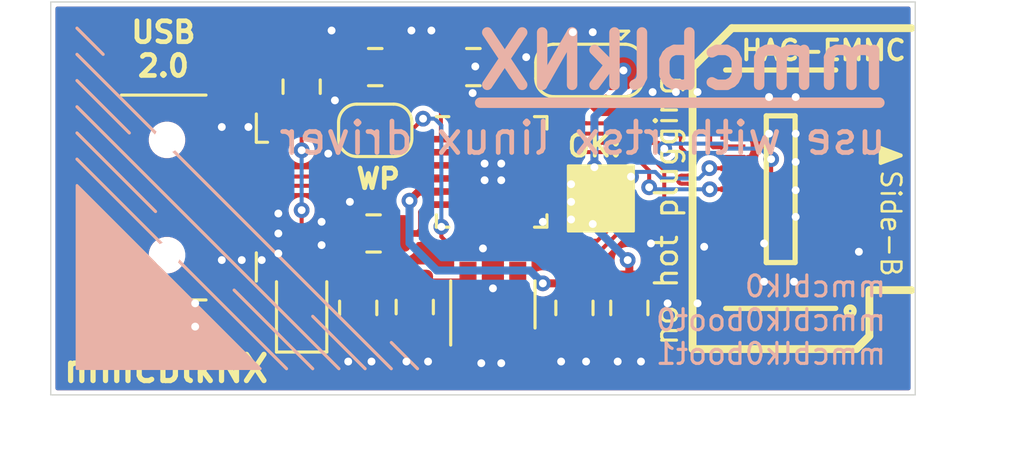
<source format=kicad_pcb>
(kicad_pcb (version 20171130) (host pcbnew "(5.1.9)-1")
  (layers (0 F.Cu signal) (31 B.Cu signal) (34 B.Paste user) (35 F.Paste user) (36 B.SilkS user) (37 F.SilkS user) (38 B.Mask user) (39 F.Mask user) (44 Edge.Cuts user))
  (net 0 "")
  (net 1 GND)
  (net 2 +5V)
  (net 3 +3V3)
  (net 4 +1V8)
  (net 5 "Net-(D1-Pad2)")
  (net 6 "Net-(J1-Pad4)")
  (net 7 /D+)
  (net 8 /D-)
  (net 9 /DAT2)
  (net 10 /DAT1)
  (net 11 /RST)
  (net 12 /CLK)
  (net 13 /DAT3)
  (net 14 /DAT0)
  (net 15 /DAT4)
  (net 16 /STRB)
  (net 17 /CMD)
  (net 18 /DAT5)
  (net 19 /DAT6)
  (net 20 /DAT7)
  (net 21 "Net-(R1-Pad1)")
  (net 22 /WP)
  (net 23 "Net-(U1-Pad4)")
  (net 24 "Net-(U2-Pad23)")
  (net 25 "Net-(U2-Pad22)")
  (net 26 "Net-(U2-Pad19)")
  (net 27 "Net-(U2-Pad17)")
  (net 28 "Net-(U2-Pad16)")
  (net 29 "Net-(U2-Pad14)")
  (net 30 "Net-(U2-Pad12)")
  (net 31 "Net-(U2-Pad9)")
  (net 32 "Net-(U2-Pad7)")
  (net 33 VDD)
  (net 34 VCC)
  (net 35 "Net-(C4-Pad1)")
  (module Fiducial:Fiducial_1mm_Mask2mm (layer F.Cu) (at 100.9 91.4)
    (fp_text reference FID1 hide)
    (fp_text value Fiducial)
    (pad "" smd circle (at 0 0) (size 1 1) (layers F.Cu F.Mask) (clearance 0.5))
  )
  (module Connector_USB:USB_Mini-B_Lumberg_2486_01_Horizontal (layer F.Cu) (at 102.937 91.4655 270)
    (fp_text reference J1 hide)
    (fp_text value USB_B_Mini hide)
    (pad "" np_thru_hole circle (at 2.2 0 270) (size 1 1) (drill 1) (layers *.Cu *.Mask))
    (pad "" np_thru_hole circle (at -2.2 0 270) (size 1 1) (drill 1) (layers *.Cu *.Mask))
    (pad 6 smd rect (at 4.45 2.85 270) (size 2 1.7) (layers F.Cu F.Paste F.Mask) (net 1 GND))
    (pad 6 smd rect (at 4.45 -2.6 270) (size 2 1.7) (layers F.Cu F.Paste F.Mask) (net 1 GND))
    (pad 6 smd rect (at -4.45 2.85 270) (size 2 1.7) (layers F.Cu F.Paste F.Mask) (net 1 GND))
    (pad 6 smd rect (at -4.45 -2.6 270) (size 2 1.7) (layers F.Cu F.Paste F.Mask) (net 1 GND))
    (pad 5 smd rect (at 1.6 -2.7 270) (size 0.5 2) (layers F.Cu F.Paste F.Mask) (net 1 GND))
    (pad 4 smd rect (at 0.8 -2.7 270) (size 0.5 2) (layers F.Cu F.Paste F.Mask) (net 6 "Net-(J1-Pad4)"))
    (pad 3 smd rect (at 0 -2.7 270) (size 0.5 2) (layers F.Cu F.Paste F.Mask) (net 7 /D+))
    (pad 2 smd rect (at -0.8 -2.7 270) (size 0.5 2) (layers F.Cu F.Paste F.Mask) (net 8 /D-))
    (pad 1 smd rect (at -1.6 -2.7 270) (size 0.5 2) (layers F.Cu F.Paste F.Mask) (net 2 +5V))
  )
  (module Jumper:SolderJumper-3_P1.3mm_Bridged12_RoundedPad1.0x1.5mm (layer F.Cu) (at 119.0625 86.614 180)
    (fp_text reference JP2 hide)
    (fp_text value Jumper hide)
    (fp_poly (pts (xy -0.9 -0.3) (xy -0.4 -0.3) (xy -0.4 0.3) (xy -0.9 0.3)) (layer F.Cu) (width 0))
    (pad 1 smd custom (at -1.3 0 180) (size 1 0.5) (layers F.Cu F.Mask) (net 34 VCC) (options (clearance outline) (anchor rect)) (primitives (gr_circle (center 0 0.25) (end 0.5 0.25) (width 0)) (gr_circle (center 0 -0.25) (end 0.5 -0.25) (width 0)) (gr_poly (pts (xy 0.55 -0.75) (xy 0 -0.75) (xy 0 0.75) (xy 0.55 0.75)) (width 0))))
    (pad 2 smd rect (at 0 0 180) (size 1 1.5) (layers F.Cu F.Mask) (net 33 VDD))
    (pad 3 smd custom (at 1.3 0 180) (size 1 0.5) (layers F.Cu F.Mask) (net 4 +1V8) (options (clearance outline) (anchor rect)) (primitives (gr_circle (center 0 0.25) (end 0.5 0.25) (width 0)) (gr_circle (center 0 -0.25) (end 0.5 -0.25) (width 0)) (gr_poly (pts (xy -0.55 -0.75) (xy 0 -0.75) (xy 0 0.75) (xy -0.55 0.75)) (width 0))))
  )
  (module LED_SMD:LED_0805_2012Metric (layer F.Cu) (at 108.077 95.6795 90)
    (fp_text reference D1 hide)
    (fp_text value LED hide)
    (pad 2 smd roundrect (at 0.9375 0 90) (size 0.975 1.4) (layers F.Cu F.Paste F.Mask) (net 5 "Net-(D1-Pad2)"))
    (pad 1 smd roundrect (at -0.9375 0 90) (size 0.975 1.4) (layers F.Cu F.Paste F.Mask) (net 1 GND))
  )
  (module Jumper:SolderJumper-2_P1.3mm_Bridged_RoundedPad1.0x1.5mm (layer F.Cu) (at 110.886 88.9 180)
    (fp_text reference JP1 hide)
    (fp_text value Jumper hide)
    (fp_poly (pts (xy 0.25 -0.3) (xy -0.25 -0.3) (xy -0.25 0.3) (xy 0.25 0.3)) (layer F.Cu) (width 0))
    (pad 1 smd custom (at -0.65 0 180) (size 1 0.5) (layers F.Cu F.Mask) (net 22 /WP) (options (clearance outline) (anchor rect)) (primitives (gr_circle (center 0 0.25) (end 0.5 0.25) (width 0)) (gr_circle (center 0 -0.25) (end 0.5 -0.25) (width 0)) (gr_poly (pts (xy 0 -0.75) (xy 0.5 -0.75) (xy 0.5 0.75) (xy 0 0.75)) (width 0))))
    (pad 2 smd custom (at 0.65 0 180) (size 1 0.5) (layers F.Cu F.Mask) (net 1 GND) (options (clearance outline) (anchor rect)) (primitives (gr_circle (center 0 0.25) (end 0.5 0.25) (width 0)) (gr_circle (center 0 -0.25) (end 0.5 -0.25) (width 0)) (gr_poly (pts (xy 0 -0.75) (xy -0.5 -0.75) (xy -0.5 0.75) (xy 0 0.75)) (width 0))))
  )
  (module Package_DFN_QFN:QFN-24-1EP_4x4mm_P0.5mm_EP2.6x2.6mm (layer F.Cu) (at 115.331 90.4875)
    (fp_text reference U2 hide)
    (fp_text value RTS5170 hide)
    (pad 24 smd roundrect (at -1.25 -1.9375) (size 0.25 0.825) (layers F.Cu F.Paste F.Mask) (net 4 +1V8))
    (pad 23 smd roundrect (at -0.75 -1.9375) (size 0.25 0.825) (layers F.Cu F.Paste F.Mask) (net 24 "Net-(U2-Pad23)"))
    (pad 22 smd roundrect (at -0.25 -1.9375) (size 0.25 0.825) (layers F.Cu F.Paste F.Mask) (net 25 "Net-(U2-Pad22)"))
    (pad 21 smd roundrect (at 0.25 -1.9375) (size 0.25 0.825) (layers F.Cu F.Paste F.Mask) (net 9 /DAT2))
    (pad 20 smd roundrect (at 0.75 -1.9375) (size 0.25 0.825) (layers F.Cu F.Paste F.Mask) (net 13 /DAT3))
    (pad 19 smd roundrect (at 1.25 -1.9375) (size 0.25 0.825) (layers F.Cu F.Paste F.Mask) (net 26 "Net-(U2-Pad19)"))
    (pad 18 smd roundrect (at 1.9375 -1.25) (size 0.825 0.25) (layers F.Cu F.Paste F.Mask) (net 17 /CMD))
    (pad 17 smd roundrect (at 1.9375 -0.75) (size 0.825 0.25) (layers F.Cu F.Paste F.Mask) (net 27 "Net-(U2-Pad17)"))
    (pad 16 smd roundrect (at 1.9375 -0.25) (size 0.825 0.25) (layers F.Cu F.Paste F.Mask) (net 28 "Net-(U2-Pad16)"))
    (pad 15 smd roundrect (at 1.9375 0.25) (size 0.825 0.25) (layers F.Cu F.Paste F.Mask) (net 12 /CLK))
    (pad 14 smd roundrect (at 1.9375 0.75) (size 0.825 0.25) (layers F.Cu F.Paste F.Mask) (net 29 "Net-(U2-Pad14)"))
    (pad 13 smd roundrect (at 1.9375 1.25) (size 0.825 0.25) (layers F.Cu F.Paste F.Mask) (net 1 GND))
    (pad 12 smd roundrect (at 1.25 1.9375) (size 0.25 0.825) (layers F.Cu F.Paste F.Mask) (net 30 "Net-(U2-Pad12)"))
    (pad 11 smd roundrect (at 0.75 1.9375) (size 0.25 0.825) (layers F.Cu F.Paste F.Mask) (net 14 /DAT0))
    (pad 10 smd roundrect (at 0.25 1.9375) (size 0.25 0.825) (layers F.Cu F.Paste F.Mask) (net 10 /DAT1))
    (pad 9 smd roundrect (at -0.25 1.9375) (size 0.25 0.825) (layers F.Cu F.Paste F.Mask) (net 31 "Net-(U2-Pad9)"))
    (pad 8 smd roundrect (at -0.75 1.9375) (size 0.25 0.825) (layers F.Cu F.Paste F.Mask) (net 22 /WP))
    (pad 7 smd roundrect (at -1.25 1.9375) (size 0.25 0.825) (layers F.Cu F.Paste F.Mask) (net 32 "Net-(U2-Pad7)"))
    (pad 6 smd roundrect (at -1.9375 1.25) (size 0.825 0.25) (layers F.Cu F.Paste F.Mask) (net 35 "Net-(C4-Pad1)"))
    (pad 5 smd roundrect (at -1.9375 0.75) (size 0.825 0.25) (layers F.Cu F.Paste F.Mask) (net 34 VCC))
    (pad 4 smd roundrect (at -1.9375 0.25) (size 0.825 0.25) (layers F.Cu F.Paste F.Mask) (net 3 +3V3))
    (pad 3 smd roundrect (at -1.9375 -0.25) (size 0.825 0.25) (layers F.Cu F.Paste F.Mask) (net 7 /D+))
    (pad 2 smd roundrect (at -1.9375 -0.75) (size 0.825 0.25) (layers F.Cu F.Paste F.Mask) (net 8 /D-))
    (pad 1 smd roundrect (at -1.9375 -1.25) (size 0.825 0.25) (layers F.Cu F.Paste F.Mask) (net 21 "Net-(R1-Pad1)"))
    (pad 25 smd roundrect (at 0 0) (size 2.6 2.6) (layers F.Cu F.Mask) (roundrect_rratio 0.096154) (net 1 GND))
  )
  (module Package_TO_SOT_SMD:SOT-23-5 (layer F.Cu) (at 115.377 95.547 90)
    (fp_text reference U1 hide)
    (fp_text value TLV70033 hide)
    (pad 5 smd rect (at 1.1 -0.95 90) (size 1.06 0.65) (layers F.Cu F.Paste F.Mask) (net 3 +3V3))
    (pad 4 smd rect (at 1.1 0.95 90) (size 1.06 0.65) (layers F.Cu F.Paste F.Mask) (net 23 "Net-(U1-Pad4)"))
    (pad 3 smd rect (at -1.1 0.95 90) (size 1.06 0.65) (layers F.Cu F.Paste F.Mask) (net 2 +5V))
    (pad 2 smd rect (at -1.1 0 90) (size 1.06 0.65) (layers F.Cu F.Paste F.Mask) (net 1 GND))
    (pad 1 smd rect (at -1.1 -0.95 90) (size 1.06 0.65) (layers F.Cu F.Paste F.Mask) (net 2 +5V))
  )
  (module Resistor_SMD:R_0805_2012Metric (layer F.Cu) (at 108.077 87.234 270)
    (fp_text reference R2 hide)
    (fp_text value 10K hide)
    (pad 2 smd roundrect (at 0.9375 0 270) (size 0.975 1.4) (layers F.Cu F.Paste F.Mask) (net 5 "Net-(D1-Pad2)"))
    (pad 1 smd roundrect (at -0.9375 0 270) (size 0.975 1.4) (layers F.Cu F.Paste F.Mask) (net 2 +5V))
  )
  (module Resistor_SMD:R_0805_2012Metric (layer F.Cu) (at 110.886 86.487 180)
    (fp_text reference R1 hide)
    (fp_text value 6.2K hide)
    (pad 2 smd roundrect (at 0.9375 0 180) (size 0.975 1.4) (layers F.Cu F.Paste F.Mask) (net 1 GND))
    (pad 1 smd roundrect (at -0.9375 0 180) (size 0.975 1.4) (layers F.Cu F.Paste F.Mask) (net 21 "Net-(R1-Pad1)"))
  )
  (module mmcblkNX:500913-0302 (layer F.Cu) (at 126.365 91.148 90)
    (fp_text reference J2 hide)
    (fp_text value 500913-0302 hide)
    (pad 31 smd rect (at -3.8 -1.825 90) (size 1 0.95) (layers F.Cu F.Paste F.Mask))
    (pad 31 smd rect (at -3.8 1.825 90) (size 1 0.95) (layers F.Cu F.Paste F.Mask))
    (pad 31 smd rect (at 3.8 1.825 90) (size 1 0.95) (layers F.Cu F.Paste F.Mask))
    (pad 31 smd rect (at 3.8 -1.825 90) (size 1 0.95) (layers F.Cu F.Paste F.Mask))
    (pad 16 smd rect (at 2.8 -1.825 90) (size 0.22 0.95) (layers F.Cu F.Paste F.Mask) (net 33 VDD))
    (pad 17 smd rect (at 2.4 -1.825 90) (size 0.22 0.95) (layers F.Cu F.Paste F.Mask) (net 1 GND))
    (pad 18 smd rect (at 2 -1.825 90) (size 0.22 0.95) (layers F.Cu F.Paste F.Mask) (net 1 GND))
    (pad 19 smd rect (at 1.6 -1.825 90) (size 0.22 0.95) (layers F.Cu F.Paste F.Mask) (net 9 /DAT2))
    (pad 20 smd rect (at 1.2 -1.825 90) (size 0.22 0.95) (layers F.Cu F.Paste F.Mask) (net 1 GND))
    (pad 21 smd rect (at 0.8 -1.825 90) (size 0.22 0.95) (layers F.Cu F.Paste F.Mask) (net 10 /DAT1))
    (pad 22 smd rect (at 0.4 -1.825 90) (size 0.22 0.95) (layers F.Cu F.Paste F.Mask) (net 1 GND))
    (pad 30 smd rect (at -2.8 -1.825 90) (size 0.22 0.95) (layers F.Cu F.Paste F.Mask) (net 34 VCC))
    (pad 29 smd rect (at -2.4 -1.825 90) (size 0.22 0.95) (layers F.Cu F.Paste F.Mask) (net 11 /RST))
    (pad 28 smd rect (at -2 -1.825 90) (size 0.22 0.95) (layers F.Cu F.Paste F.Mask) (net 1 GND))
    (pad 27 smd rect (at -1.6 -1.825 90) (size 0.22 0.95) (layers F.Cu F.Paste F.Mask) (net 12 /CLK))
    (pad 26 smd rect (at -1.2 -1.825 90) (size 0.22 0.95) (layers F.Cu F.Paste F.Mask) (net 1 GND))
    (pad 25 smd rect (at -0.8 -1.825 90) (size 0.22 0.95) (layers F.Cu F.Paste F.Mask) (net 13 /DAT3))
    (pad 24 smd rect (at -0.4 -1.825 90) (size 0.22 0.95) (layers F.Cu F.Paste F.Mask) (net 1 GND))
    (pad 23 smd rect (at 0 -1.825 90) (size 0.22 0.95) (layers F.Cu F.Paste F.Mask) (net 14 /DAT0))
    (pad 8 smd rect (at 0 1.825 90) (size 0.22 0.95) (layers F.Cu F.Paste F.Mask) (net 1 GND))
    (pad 7 smd rect (at -0.4 1.825 90) (size 0.22 0.95) (layers F.Cu F.Paste F.Mask) (net 15 /DAT4))
    (pad 6 smd rect (at -0.8 1.825 90) (size 0.22 0.95) (layers F.Cu F.Paste F.Mask) (net 1 GND))
    (pad 5 smd rect (at -1.2 1.825 90) (size 0.22 0.95) (layers F.Cu F.Paste F.Mask) (net 16 /STRB))
    (pad 4 smd rect (at -1.6 1.825 90) (size 0.22 0.95) (layers F.Cu F.Paste F.Mask) (net 1 GND))
    (pad 3 smd rect (at -2 1.825 90) (size 0.22 0.95) (layers F.Cu F.Paste F.Mask) (net 17 /CMD))
    (pad 2 smd rect (at -2.4 1.825 90) (size 0.22 0.95) (layers F.Cu F.Paste F.Mask) (net 1 GND))
    (pad 1 smd rect (at -2.8 1.825 90) (size 0.22 0.95) (layers F.Cu F.Paste F.Mask) (net 34 VCC))
    (pad 9 smd rect (at 0.4 1.825 90) (size 0.22 0.95) (layers F.Cu F.Paste F.Mask) (net 18 /DAT5))
    (pad 10 smd rect (at 0.8 1.825 90) (size 0.22 0.95) (layers F.Cu F.Paste F.Mask) (net 1 GND))
    (pad 11 smd rect (at 1.2 1.825 90) (size 0.22 0.95) (layers F.Cu F.Paste F.Mask) (net 19 /DAT6))
    (pad 12 smd rect (at 1.6 1.825 90) (size 0.22 0.95) (layers F.Cu F.Paste F.Mask) (net 1 GND))
    (pad 13 smd rect (at 2 1.825 90) (size 0.22 0.95) (layers F.Cu F.Paste F.Mask) (net 20 /DAT7))
    (pad 14 smd rect (at 2.4 1.825 90) (size 0.22 0.95) (layers F.Cu F.Paste F.Mask) (net 1 GND))
    (pad 15 smd rect (at 2.8 1.825 90) (size 0.22 0.95) (layers F.Cu F.Paste F.Mask) (net 33 VDD))
  )
  (module Capacitor_SMD:C_0805_2012Metric (layer F.Cu) (at 120.5865 95.6795 270)
    (fp_text reference C6 hide)
    (fp_text value 2.2uF hide)
    (pad 2 smd roundrect (at 0.9375 0 270) (size 0.975 1.4) (layers F.Cu F.Paste F.Mask) (net 1 GND))
    (pad 1 smd roundrect (at -0.9375 0 270) (size 0.975 1.4) (layers F.Cu F.Paste F.Mask) (net 34 VCC))
  )
  (module Capacitor_SMD:C_0805_2012Metric (layer F.Cu) (at 118.491 95.6795 270)
    (fp_text reference C5 hide)
    (fp_text value 100nF hide)
    (pad 2 smd roundrect (at 0.9375 0 270) (size 0.975 1.4) (layers F.Cu F.Paste F.Mask) (net 1 GND))
    (pad 1 smd roundrect (at -0.9375 0 270) (size 0.975 1.4) (layers F.Cu F.Paste F.Mask) (net 34 VCC))
  )
  (module Capacitor_SMD:C_0805_2012Metric (layer F.Cu) (at 110.8225 92.837 180)
    (fp_text reference C4 hide)
    (fp_text value 1uF hide)
    (pad 2 smd roundrect (at 0.9375 0 180) (size 0.975 1.4) (layers F.Cu F.Paste F.Mask) (net 1 GND))
    (pad 1 smd roundrect (at -0.9375 0 180) (size 0.975 1.4) (layers F.Cu F.Paste F.Mask) (net 35 "Net-(C4-Pad1)"))
  )
  (module Capacitor_SMD:C_0805_2012Metric (layer F.Cu) (at 112.395 95.646 270)
    (fp_text reference C2 hide)
    (fp_text value 2.2uF hide)
    (pad 2 smd roundrect (at 0.9375 0 270) (size 0.975 1.4) (layers F.Cu F.Paste F.Mask) (net 1 GND))
    (pad 1 smd roundrect (at -0.9375 0 270) (size 0.975 1.4) (layers F.Cu F.Paste F.Mask) (net 3 +3V3))
  )
  (module Capacitor_SMD:C_0805_2012Metric (layer F.Cu) (at 114.6325 86.487 180)
    (fp_text reference C3 hide)
    (fp_text value 1uF hide)
    (pad 2 smd roundrect (at 0.9375 0 180) (size 0.975 1.4) (layers F.Cu F.Paste F.Mask) (net 4 +1V8))
    (pad 1 smd roundrect (at -0.9375 0 180) (size 0.975 1.4) (layers F.Cu F.Paste F.Mask) (net 1 GND))
  )
  (module Capacitor_SMD:C_0805_2012Metric (layer F.Cu) (at 110.236 95.6795 270)
    (fp_text reference C1 hide)
    (fp_text value 100nF hide)
    (pad 2 smd roundrect (at 0.9375 0 270) (size 0.975 1.4) (layers F.Cu F.Paste F.Mask) (net 1 GND))
    (pad 1 smd roundrect (at -0.9375 0 270) (size 0.975 1.4) (layers F.Cu F.Paste F.Mask) (net 2 +5V))
  )
  (gr_line (start 112.5 98) (end 111.5 97) (layer B.SilkS) (width 0.12))
  (gr_line (start 99.5 85) (end 100.5 86) (layer B.SilkS) (width 0.12))
  (gr_text "\nmmcblk0\nmmcblk0boot0\nmmcblk0boot1" (at 130.45 95.5) (layer B.SilkS) (effects (font (size 0.8 0.8) (thickness 0.12)) (justify left mirror)))
  (gr_line (start 110.5 98) (end 108.5 96) (layer B.SilkS) (width 0.12))
  (gr_line (start 99.5 87) (end 101.5 89) (layer B.SilkS) (width 0.12))
  (gr_line (start 105.5 95) (end 108.5 98) (layer B.SilkS) (width 0.12))
  (gr_line (start 99.5 89) (end 102.5 92) (layer B.SilkS) (width 0.12))
  (gr_line (start 99.5 86) (end 111.5 98) (layer B.SilkS) (width 0.12))
  (gr_line (start 99.5 88) (end 109.5 98) (layer B.SilkS) (width 0.12))
  (gr_line (start 99.5 90) (end 107.5 98) (layer B.SilkS) (width 0.12))
  (gr_poly (pts (xy 106.5 98) (xy 99.5 98) (xy 99.5 91)) (layer B.SilkS) (width 0.1))
  (gr_text "use with rtsx linux driver" (at 130.5 89.2) (layer B.SilkS) (effects (font (size 1.2 1.2) (thickness 0.18)) (justify left mirror)))
  (gr_line (start 130.132 87.846) (end 114.892 87.846) (layer B.SilkS) (width 0.4))
  (gr_text mmcblkNX (at 122.639 86.2585) (layer B.SilkS) (effects (font (size 2 2) (thickness 0.4)) (justify mirror)))
  (gr_text OK: (at 119.25 89.5) (layer F.SilkS) (effects (font (size 0.8 0.8))))
  (gr_poly (pts (xy 120.75 92.75) (xy 118.25 92.75) (xy 118.25 90.25) (xy 120.75 90.25)) (layer F.SilkS) (width 0.1))
  (gr_text ► (at 130.564 89.785) (layer F.SilkS) (effects (font (size 1 1))))
  (gr_text "USB\n2.0" (at 102.8 85.8) (layer F.SilkS) (effects (font (size 0.8 0.8) (thickness 0.18))))
  (gr_text mmcblkNX (at 102.9 98) (layer F.SilkS) (effects (font (size 1 1) (thickness 0.2))))
  (gr_text "no hot plugging" (at 122 91.95 90) (layer F.SilkS) (effects (font (size 0.85 0.85) (thickness 0.12))))
  (gr_text Side-B (at 130.564 92.452 270) (layer F.SilkS) (effects (font (size 0.75 0.75) (thickness 0.1))))
  (gr_text WP (at 111 90.75) (layer F.SilkS) (effects (font (size 0.75 0.75) (thickness 0.18))))
  (gr_line (start 129.75 95) (end 131.35 95) (layer F.SilkS) (width 0.3))
  (gr_line (start 129.75 96.75) (end 129.75 95) (layer F.SilkS) (width 0.3))
  (gr_line (start 129.25 97.25) (end 129.75 96.75) (layer F.SilkS) (width 0.3))
  (gr_line (start 123 97.25) (end 129.25 97.25) (layer F.SilkS) (width 0.3))
  (gr_line (start 123 86.5) (end 123 97.25) (layer F.SilkS) (width 0.3))
  (gr_line (start 124.5 85) (end 123 86.5) (layer F.SilkS) (width 0.3))
  (gr_line (start 131.35 85) (end 124.5 85) (layer F.SilkS) (width 0.3))
  (gr_text HAC-EMMC (at 128 85.85) (layer F.SilkS) (effects (font (size 0.75 0.75))))
  (gr_line (start 98.5 99) (end 98.5 84) (layer Edge.Cuts) (width 0.05))
  (gr_line (start 131.5 99) (end 98.5 99) (layer Edge.Cuts) (width 0.05))
  (gr_line (start 131.5 84) (end 131.5 99) (layer Edge.Cuts) (width 0.05))
  (gr_line (start 98.5 84) (end 131.5 84) (layer Edge.Cuts) (width 0.05))
  (via (at 114.9985 93.4085) (size 0.6) (drill 0.3) (layers F.Cu B.Cu) (net 1))
  (via (at 114.7064 86.4616) (size 0.6) (drill 0.3) (layers F.Cu B.Cu) (net 1))
  (via (at 115.062 90.17) (size 0.6) (drill 0.3) (layers F.Cu B.Cu) (net 1))
  (via (at 115.697 90.17) (size 0.6) (drill 0.3) (layers F.Cu B.Cu) (net 1))
  (via (at 115.062 90.805) (size 0.6) (drill 0.3) (layers F.Cu B.Cu) (net 1))
  (via (at 115.697 90.805) (size 0.6) (drill 0.3) (layers F.Cu B.Cu) (net 1))
  (via (at 109.093 89.789) (size 0.6) (drill 0.3) (layers F.Cu B.Cu) (net 1))
  (via (at 108.839 93.2815) (size 0.6) (drill 0.3) (layers F.Cu B.Cu) (net 1))
  (via (at 117.2845 92.3925) (size 0.6) (drill 0.3) (layers F.Cu B.Cu) (net 1))
  (via (at 109.9185 91.6305) (size 0.6) (drill 0.3) (layers F.Cu B.Cu) (net 1))
  (via (at 118.364 90.9574) (size 0.6) (drill 0.3) (layers F.Cu B.Cu) (net 1))
  (via (at 121.412 93.218) (size 0.6) (drill 0.3) (layers F.Cu B.Cu) (net 1))
  (via (at 123.444 93.345) (size 0.6) (drill 0.3) (layers F.Cu B.Cu) (net 1))
  (via (at 125.73 93.218) (size 0.6) (drill 0.3) (layers F.Cu B.Cu) (net 1))
  (via (at 125.9205 87.63) (size 0.6) (drill 0.3) (layers F.Cu B.Cu) (net 1))
  (via (at 126.9365 89.027) (size 0.6) (drill 0.3) (layers F.Cu B.Cu) (net 1))
  (via (at 122.047 95.504) (size 0.6) (drill 0.3) (layers F.Cu B.Cu) (net 1))
  (via (at 123.19 95.504) (size 0.6) (drill 0.3) (layers F.Cu B.Cu) (net 1))
  (via (at 121.4755 87.4395) (size 0.6) (drill 0.3) (layers F.Cu B.Cu) (net 1))
  (via (at 123.19 87.4395) (size 0.6) (drill 0.3) (layers F.Cu B.Cu) (net 1))
  (via (at 105.029 88.773) (size 0.6) (drill 0.3) (layers F.Cu B.Cu) (net 1))
  (via (at 106.045 88.773) (size 0.6) (drill 0.3) (layers F.Cu B.Cu) (net 1))
  (via (at 107.188 92.837) (size 0.6) (drill 0.3) (layers F.Cu B.Cu) (net 1))
  (via (at 107.188 93.599) (size 0.6) (drill 0.3) (layers F.Cu B.Cu) (net 1))
  (via (at 107.188 92.075) (size 0.6) (drill 0.3) (layers F.Cu B.Cu) (net 1))
  (via (at 125.73 94.6785) (size 0.6) (drill 0.3) (layers F.Cu B.Cu) (net 1))
  (via (at 125.9205 89.027) (size 0.6) (drill 0.3) (layers F.Cu B.Cu) (net 1))
  (via (at 126.873 94.6785) (size 0.6) (drill 0.3) (layers F.Cu B.Cu) (net 1))
  (via (at 126.9365 87.63) (size 0.6) (drill 0.3) (layers F.Cu B.Cu) (net 1))
  (via (at 117.983 97.7265) (size 0.6) (drill 0.3) (layers F.Cu B.Cu) (net 1))
  (via (at 118.9355 97.7265) (size 0.6) (drill 0.3) (layers F.Cu B.Cu) (net 1))
  (via (at 120.142 97.7265) (size 0.6) (drill 0.3) (layers F.Cu B.Cu) (net 1))
  (via (at 121.031 97.7265) (size 0.6) (drill 0.3) (layers F.Cu B.Cu) (net 1))
  (via (at 112.903 97.7265) (size 0.6) (drill 0.3) (layers F.Cu B.Cu) (net 1))
  (via (at 112.0775 97.7265) (size 0.6) (drill 0.3) (layers F.Cu B.Cu) (net 1))
  (via (at 110.744 97.7265) (size 0.6) (drill 0.3) (layers F.Cu B.Cu) (net 1))
  (via (at 109.855 97.7265) (size 0.6) (drill 0.3) (layers F.Cu B.Cu) (net 1))
  (via (at 116.6495 86.106) (size 0.6) (drill 0.3) (layers F.Cu B.Cu) (net 1))
  (via (at 114.935 97.79) (size 0.6) (drill 0.3) (layers F.Cu B.Cu) (net 1))
  (via (at 115.697 97.79) (size 0.6) (drill 0.3) (layers F.Cu B.Cu) (net 1))
  (via (at 109.347 87.757) (size 0.6) (drill 0.3) (layers F.Cu B.Cu) (net 1))
  (via (at 104.013 95.504) (size 0.6) (drill 0.3) (layers F.Cu B.Cu) (net 1))
  (via (at 104.013 96.393) (size 0.6) (drill 0.3) (layers F.Cu B.Cu) (net 1))
  (via (at 115.3795 94.9325) (size 0.6) (drill 0.3) (layers F.Cu B.Cu) (net 1))
  (via (at 113.03 85.09) (size 0.6) (drill 0.3) (layers F.Cu B.Cu) (net 1))
  (via (at 112.268 85.09) (size 0.6) (drill 0.3) (layers F.Cu B.Cu) (net 1))
  (via (at 109.22 85.09) (size 0.6) (drill 0.3) (layers F.Cu B.Cu) (net 1))
  (via (at 114.6048 87.4776) (size 0.6) (drill 0.3) (layers F.Cu B.Cu) (net 1))
  (via (at 129.3495 93.5355) (size 0.6) (drill 0.3) (layers F.Cu B.Cu) (net 1))
  (via (at 126.9365 90.1065) (size 0.6) (drill 0.3) (layers F.Cu B.Cu) (net 1))
  (via (at 126.9365 91.186) (size 0.6) (drill 0.3) (layers F.Cu B.Cu) (net 1))
  (via (at 126.9365 92.202) (size 0.6) (drill 0.3) (layers F.Cu B.Cu) (net 1))
  (via (at 122.3645 87.4395) (size 0.6) (drill 0.3) (layers F.Cu B.Cu) (net 1))
  (via (at 118.364 92.3036) (size 0.6) (drill 0.3) (layers F.Cu B.Cu) (net 1))
  (via (at 118.364 91.6305) (size 0.6) (drill 0.3) (layers F.Cu B.Cu) (net 1))
  (via (at 105.029 93.853) (size 0.6) (drill 0.3) (layers F.Cu B.Cu) (net 1))
  (via (at 105.791 93.853) (size 0.6) (drill 0.3) (layers F.Cu B.Cu) (net 1))
  (via (at 106.553 93.853) (size 0.6) (drill 0.3) (layers F.Cu B.Cu) (net 1))
  (via (at 108.839 92.3925) (size 0.6) (drill 0.3) (layers F.Cu B.Cu) (net 1))
  (via (at 118.4275 85.1535) (size 0.6) (drill 0.3) (layers F.Cu B.Cu) (net 1))
  (via (at 119.1895 85.1535) (size 0.6) (drill 0.3) (layers F.Cu B.Cu) (net 1))
  (segment (start 107.188 86.2965) (end 108.077 86.2965) (width 0.1524) (layer F.Cu) (net 2))
  (segment (start 107 86.4845) (end 107.188 86.2965) (width 0.1524) (layer F.Cu) (net 2))
  (segment (start 107 89.6549) (end 107 86.4845) (width 0.1524) (layer F.Cu) (net 2))
  (segment (start 105.637 89.8655) (end 106.7894 89.8655) (width 0.1524) (layer F.Cu) (net 2))
  (segment (start 106.7894 89.8655) (end 107 89.6549) (width 0.1524) (layer F.Cu) (net 2))
  (segment (start 114.427 95.758) (end 114.427 96.647) (width 0.3048) (layer F.Cu) (net 2))
  (segment (start 116.327 96.007) (end 116.327 96.647) (width 0.3048) (layer F.Cu) (net 2))
  (segment (start 111.125 95.631) (end 114.3 95.631) (width 0.3048) (layer F.Cu) (net 2))
  (segment (start 110.236 94.742) (end 111.125 95.631) (width 0.3048) (layer F.Cu) (net 2))
  (segment (start 114.427 95.758) (end 116.078 95.758) (width 0.3048) (layer F.Cu) (net 2))
  (segment (start 114.3 95.631) (end 114.427 95.758) (width 0.3048) (layer F.Cu) (net 2))
  (segment (start 116.078 95.758) (end 116.327 96.007) (width 0.3048) (layer F.Cu) (net 2))
  (segment (start 107.188 95.631) (end 109.347 95.631) (width 0.3048) (layer F.Cu) (net 2))
  (segment (start 109.750473 95.227527) (end 110.236 94.742) (width 0.3048) (layer F.Cu) (net 2))
  (segment (start 106.8705 94.764678) (end 106.8705 95.3135) (width 0.3048) (layer F.Cu) (net 2))
  (segment (start 106.668921 94.563099) (end 106.8705 94.764678) (width 0.3048) (layer F.Cu) (net 2))
  (segment (start 109.347 95.631) (end 109.750473 95.227527) (width 0.3048) (layer F.Cu) (net 2))
  (segment (start 104.1905 89.8655) (end 103.886 90.17) (width 0.3048) (layer F.Cu) (net 2))
  (segment (start 105.637 89.8655) (end 104.1905 89.8655) (width 0.3048) (layer F.Cu) (net 2))
  (segment (start 103.886 90.17) (end 103.886 93.9165) (width 0.3048) (layer F.Cu) (net 2))
  (segment (start 106.8705 95.3135) (end 107.188 95.631) (width 0.3048) (layer F.Cu) (net 2))
  (segment (start 103.886 93.9165) (end 104.532599 94.563099) (width 0.3048) (layer F.Cu) (net 2))
  (segment (start 104.532599 94.563099) (end 106.668921 94.563099) (width 0.3048) (layer F.Cu) (net 2))
  (segment (start 114.1655 94.7085) (end 114.427 94.447) (width 0.3048) (layer F.Cu) (net 3))
  (segment (start 112.395 94.7085) (end 114.1655 94.7085) (width 0.3048) (layer F.Cu) (net 3))
  (segment (start 111.917 94.7085) (end 112.395 94.7085) (width 0.3048) (layer F.Cu) (net 3))
  (segment (start 110.8075 92.05122) (end 110.8075 93.599) (width 0.3048) (layer F.Cu) (net 3))
  (segment (start 110.8075 93.599) (end 111.917 94.7085) (width 0.3048) (layer F.Cu) (net 3))
  (segment (start 112.12122 90.7375) (end 110.8075 92.05122) (width 0.3048) (layer F.Cu) (net 3))
  (segment (start 113.3935 90.7375) (end 112.12122 90.7375) (width 0.3048) (layer F.Cu) (net 3))
  (segment (start 114.081 88.55) (end 114.081 87.9825) (width 0.3048) (layer F.Cu) (net 4))
  (segment (start 113.695 87.5965) (end 113.695 86.487) (width 0.3048) (layer F.Cu) (net 4))
  (segment (start 114.081 87.9825) (end 113.695 87.5965) (width 0.3048) (layer F.Cu) (net 4))
  (segment (start 113.9825 85.2805) (end 113.695 85.568) (width 0.3048) (layer F.Cu) (net 4))
  (segment (start 117.348 85.2805) (end 113.9825 85.2805) (width 0.3048) (layer F.Cu) (net 4))
  (segment (start 113.695 85.568) (end 113.695 86.487) (width 0.3048) (layer F.Cu) (net 4))
  (segment (start 117.7625 86.6775) (end 117.7625 85.695) (width 0.3048) (layer F.Cu) (net 4))
  (segment (start 117.7625 85.695) (end 117.348 85.2805) (width 0.3048) (layer F.Cu) (net 4))
  (segment (start 108.077 94.742) (end 108.077 91.948) (width 0.1524) (layer F.Cu) (net 5))
  (via (at 108.077 91.948) (size 0.6) (drill 0.3) (layers F.Cu B.Cu) (net 5))
  (via (at 108.077 89.662004) (size 0.6) (drill 0.3) (layers F.Cu B.Cu) (net 5))
  (segment (start 108.077 91.948) (end 108.077 89.662004) (width 0.1524) (layer B.Cu) (net 5))
  (segment (start 108.077 88.1715) (end 108.077 89.662004) (width 0.1524) (layer F.Cu) (net 5))
  (segment (start 112.909611 90.308889) (end 112.981 90.2375) (width 0.1524) (layer F.Cu) (net 7))
  (segment (start 111.234663 91.017911) (end 111.943684 90.308889) (width 0.1524) (layer F.Cu) (net 7))
  (segment (start 105.637 91.4655) (end 106.9085 91.4655) (width 0.1524) (layer F.Cu) (net 7))
  (segment (start 107.356089 91.017911) (end 111.234663 91.017911) (width 0.1524) (layer F.Cu) (net 7))
  (segment (start 111.943684 90.308889) (end 112.909611 90.308889) (width 0.1524) (layer F.Cu) (net 7))
  (segment (start 106.9085 91.4655) (end 107.356089 91.017911) (width 0.1524) (layer F.Cu) (net 7))
  (segment (start 112.981 90.2375) (end 113.3935 90.2375) (width 0.1524) (layer F.Cu) (net 7))
  (segment (start 107.187915 90.554381) (end 107.192472 90.594832) (width 0.1524) (layer F.Cu) (net 8))
  (segment (start 107.155971 90.503543) (end 107.170363 90.517935) (width 0.1524) (layer F.Cu) (net 8))
  (segment (start 106.976288 90.483712) (end 107.0993 90.483712) (width 0.1524) (layer F.Cu) (net 8))
  (segment (start 107.138737 90.492714) (end 107.155971 90.503543) (width 0.1524) (layer F.Cu) (net 8))
  (segment (start 107.181192 90.535169) (end 107.187915 90.554381) (width 0.1524) (layer F.Cu) (net 8))
  (segment (start 107.0993 90.483712) (end 107.119525 90.485991) (width 0.1524) (layer F.Cu) (net 8))
  (segment (start 106.956062 90.485991) (end 106.976288 90.483712) (width 0.1524) (layer F.Cu) (net 8))
  (segment (start 106.919616 90.503543) (end 106.93685 90.492714) (width 0.1524) (layer F.Cu) (net 8))
  (segment (start 106.883115 90.594832) (end 106.887672 90.554381) (width 0.1524) (layer F.Cu) (net 8))
  (segment (start 106.851171 90.64567) (end 106.865563 90.631278) (width 0.1524) (layer F.Cu) (net 8))
  (segment (start 107.210024 90.631278) (end 107.224416 90.64567) (width 0.1524) (layer F.Cu) (net 8))
  (segment (start 112.981 89.7375) (end 113.3935 89.7375) (width 0.1524) (layer F.Cu) (net 8))
  (segment (start 106.814725 90.663222) (end 106.833937 90.656499) (width 0.1524) (layer F.Cu) (net 8))
  (segment (start 107.170363 90.517935) (end 107.181192 90.535169) (width 0.1524) (layer F.Cu) (net 8))
  (segment (start 107.119525 90.485991) (end 107.138737 90.492714) (width 0.1524) (layer F.Cu) (net 8))
  (segment (start 107.281088 90.6655) (end 111.088689 90.6655) (width 0.1524) (layer F.Cu) (net 8))
  (segment (start 106.833937 90.656499) (end 106.851171 90.64567) (width 0.1524) (layer F.Cu) (net 8))
  (segment (start 105.637 90.6655) (end 106.7945 90.6655) (width 0.1524) (layer F.Cu) (net 8))
  (segment (start 107.192472 90.594832) (end 107.199195 90.614044) (width 0.1524) (layer F.Cu) (net 8))
  (segment (start 106.7945 90.6655) (end 106.814725 90.663222) (width 0.1524) (layer F.Cu) (net 8))
  (segment (start 106.905224 90.517935) (end 106.919616 90.503543) (width 0.1524) (layer F.Cu) (net 8))
  (segment (start 106.93685 90.492714) (end 106.956062 90.485991) (width 0.1524) (layer F.Cu) (net 8))
  (segment (start 106.865563 90.631278) (end 106.876392 90.614044) (width 0.1524) (layer F.Cu) (net 8))
  (segment (start 106.876392 90.614044) (end 106.883115 90.594832) (width 0.1524) (layer F.Cu) (net 8))
  (segment (start 106.887672 90.554381) (end 106.894395 90.535169) (width 0.1524) (layer F.Cu) (net 8))
  (segment (start 106.894395 90.535169) (end 106.905224 90.517935) (width 0.1524) (layer F.Cu) (net 8))
  (segment (start 107.199195 90.614044) (end 107.210024 90.631278) (width 0.1524) (layer F.Cu) (net 8))
  (segment (start 107.224416 90.64567) (end 107.24165 90.656499) (width 0.1524) (layer F.Cu) (net 8))
  (segment (start 107.24165 90.656499) (end 107.260862 90.663222) (width 0.1524) (layer F.Cu) (net 8))
  (segment (start 107.260862 90.663222) (end 107.281088 90.6655) (width 0.1524) (layer F.Cu) (net 8))
  (segment (start 111.088689 90.6655) (end 111.797711 89.956478) (width 0.1524) (layer F.Cu) (net 8))
  (segment (start 111.797711 89.956478) (end 112.762022 89.956478) (width 0.1524) (layer F.Cu) (net 8))
  (segment (start 112.762022 89.956478) (end 112.981 89.7375) (width 0.1524) (layer F.Cu) (net 8))
  (segment (start 115.581 87.8095) (end 115.581 88.55) (width 0.1524) (layer F.Cu) (net 9))
  (segment (start 115.8875 87.503) (end 115.581 87.8095) (width 0.1524) (layer F.Cu) (net 9))
  (segment (start 116.280076 87.503) (end 115.8875 87.503) (width 0.1524) (layer F.Cu) (net 9))
  (segment (start 116.313988 87.499179) (end 116.280076 87.503) (width 0.1524) (layer F.Cu) (net 9))
  (segment (start 116.346199 87.487907) (end 116.313988 87.499179) (width 0.1524) (layer F.Cu) (net 9))
  (segment (start 116.375095 87.469751) (end 116.346199 87.487907) (width 0.1524) (layer F.Cu) (net 9))
  (segment (start 116.399227 87.445619) (end 116.375095 87.469751) (width 0.1524) (layer F.Cu) (net 9))
  (segment (start 116.417383 87.416723) (end 116.399227 87.445619) (width 0.1524) (layer F.Cu) (net 9))
  (segment (start 116.428655 87.384512) (end 116.417383 87.416723) (width 0.1524) (layer F.Cu) (net 9))
  (segment (start 116.432476 87.3506) (end 116.428655 87.384512) (width 0.1524) (layer F.Cu) (net 9))
  (segment (start 116.432476 87.0554) (end 116.432476 87.3506) (width 0.1524) (layer F.Cu) (net 9))
  (segment (start 116.436296 87.021487) (end 116.432476 87.0554) (width 0.1524) (layer F.Cu) (net 9))
  (segment (start 116.447568 86.989276) (end 116.436296 87.021487) (width 0.1524) (layer F.Cu) (net 9))
  (segment (start 116.465724 86.96038) (end 116.447568 86.989276) (width 0.1524) (layer F.Cu) (net 9))
  (segment (start 116.489856 86.936248) (end 116.465724 86.96038) (width 0.1524) (layer F.Cu) (net 9))
  (segment (start 116.518752 86.918092) (end 116.489856 86.936248) (width 0.1524) (layer F.Cu) (net 9))
  (segment (start 116.550963 86.90682) (end 116.518752 86.918092) (width 0.1524) (layer F.Cu) (net 9))
  (segment (start 116.584876 86.903) (end 116.550963 86.90682) (width 0.1524) (layer F.Cu) (net 9))
  (segment (start 116.618788 86.90682) (end 116.584876 86.903) (width 0.1524) (layer F.Cu) (net 9))
  (segment (start 116.650999 86.918092) (end 116.618788 86.90682) (width 0.1524) (layer F.Cu) (net 9))
  (segment (start 116.679895 86.936248) (end 116.650999 86.918092) (width 0.1524) (layer F.Cu) (net 9))
  (segment (start 116.704027 86.96038) (end 116.679895 86.936248) (width 0.1524) (layer F.Cu) (net 9))
  (segment (start 116.722183 86.989276) (end 116.704027 86.96038) (width 0.1524) (layer F.Cu) (net 9))
  (segment (start 116.737276 87.0554) (end 116.733455 87.021487) (width 0.1524) (layer F.Cu) (net 9))
  (segment (start 116.794656 87.469751) (end 116.770524 87.445619) (width 0.1524) (layer F.Cu) (net 9))
  (segment (start 116.855763 87.499179) (end 116.823552 87.487907) (width 0.1524) (layer F.Cu) (net 9))
  (segment (start 116.889676 87.503) (end 116.855763 87.499179) (width 0.1524) (layer F.Cu) (net 9))
  (segment (start 118.398738 87.954349) (end 118.154644 88.198442) (width 0.1524) (layer F.Cu) (net 9))
  (segment (start 118.334087 88.471398) (end 118.348894 88.440651) (width 0.1524) (layer F.Cu) (net 9))
  (segment (start 123.181136 88.751804) (end 123.177316 88.785716) (width 0.1524) (layer F.Cu) (net 9))
  (segment (start 118.326493 88.504669) (end 118.334087 88.471398) (width 0.1524) (layer F.Cu) (net 9))
  (segment (start 118.657943 88.079176) (end 118.657943 88.045049) (width 0.1524) (layer F.Cu) (net 9))
  (segment (start 118.029818 88.24212) (end 117.996547 88.234527) (width 0.1524) (layer F.Cu) (net 9))
  (segment (start 116.733455 87.021487) (end 116.722183 86.989276) (width 0.1524) (layer F.Cu) (net 9))
  (segment (start 118.326493 88.538796) (end 118.326493 88.504669) (width 0.1524) (layer F.Cu) (net 9))
  (segment (start 116.737276 87.3506) (end 116.737276 87.0554) (width 0.1524) (layer F.Cu) (net 9))
  (segment (start 118.334087 88.572067) (end 118.326493 88.538796) (width 0.1524) (layer F.Cu) (net 9))
  (segment (start 116.741096 87.384512) (end 116.737276 87.3506) (width 0.1524) (layer F.Cu) (net 9))
  (segment (start 118.348894 88.602814) (end 118.334087 88.572067) (width 0.1524) (layer F.Cu) (net 9))
  (segment (start 116.770524 87.445619) (end 116.752368 87.416723) (width 0.1524) (layer F.Cu) (net 9))
  (segment (start 118.370172 88.629496) (end 118.348894 88.602814) (width 0.1524) (layer F.Cu) (net 9))
  (segment (start 117.853241 87.73458) (end 117.819652 87.73458) (width 0.1524) (layer F.Cu) (net 9))
  (segment (start 118.927003 88.629496) (end 118.370172 88.629496) (width 0.1524) (layer F.Cu) (net 9))
  (segment (start 118.370172 88.413969) (end 118.614265 88.169875) (width 0.1524) (layer F.Cu) (net 9))
  (segment (start 123.091039 89.022451) (end 123.058828 89.033723) (width 0.1524) (layer F.Cu) (net 9))
  (segment (start 122.720116 88.633316) (end 118.960916 88.633316) (width 0.1524) (layer F.Cu) (net 9))
  (segment (start 116.752368 87.416723) (end 116.741096 87.384512) (width 0.1524) (layer F.Cu) (net 9))
  (segment (start 122.839267 88.690697) (end 122.815135 88.666565) (width 0.1524) (layer F.Cu) (net 9))
  (segment (start 116.823552 87.487907) (end 116.794656 87.469751) (width 0.1524) (layer F.Cu) (net 9))
  (segment (start 122.857423 88.719593) (end 122.839267 88.690697) (width 0.1524) (layer F.Cu) (net 9))
  (segment (start 118.65035 88.011778) (end 118.635542 87.98103) (width 0.1524) (layer F.Cu) (net 9))
  (segment (start 118.154644 88.198442) (end 118.127963 88.219719) (width 0.1524) (layer F.Cu) (net 9))
  (segment (start 118.348894 88.440651) (end 118.370172 88.413969) (width 0.1524) (layer F.Cu) (net 9))
  (segment (start 118.556836 87.918264) (end 118.523565 87.91067) (width 0.1524) (layer F.Cu) (net 9))
  (segment (start 123.192408 88.719593) (end 123.181136 88.751804) (width 0.1524) (layer F.Cu) (net 9))
  (segment (start 117.966849 87.966836) (end 117.981423 87.936573) (width 0.1524) (layer F.Cu) (net 9))
  (segment (start 123.210564 88.690697) (end 123.192408 88.719593) (width 0.1524) (layer F.Cu) (net 9))
  (segment (start 118.523565 87.91067) (end 118.489438 87.91067) (width 0.1524) (layer F.Cu) (net 9))
  (segment (start 123.234696 88.666565) (end 123.210564 88.690697) (width 0.1524) (layer F.Cu) (net 9))
  (segment (start 123.295803 88.637137) (end 123.263592 88.648409) (width 0.1524) (layer F.Cu) (net 9))
  (segment (start 117.996547 88.234527) (end 117.965799 88.219719) (width 0.1524) (layer F.Cu) (net 9))
  (segment (start 118.635542 87.98103) (end 118.614265 87.954349) (width 0.1524) (layer F.Cu) (net 9))
  (segment (start 122.958792 89.022451) (end 122.929896 89.004295) (width 0.1524) (layer F.Cu) (net 9))
  (segment (start 117.988897 87.870237) (end 117.981423 87.83749) (width 0.1524) (layer F.Cu) (net 9))
  (segment (start 123.7872 89.548) (end 123.6726 89.4334) (width 0.1524) (layer F.Cu) (net 9))
  (segment (start 118.65035 88.112447) (end 118.657943 88.079176) (width 0.1524) (layer F.Cu) (net 9))
  (segment (start 117.756642 87.756628) (end 117.704118 87.798512) (width 0.1524) (layer F.Cu) (net 9))
  (segment (start 123.6726 89.4334) (end 123.6726 88.773) (width 0.1524) (layer F.Cu) (net 9))
  (segment (start 124.54 89.548) (end 123.7872 89.548) (width 0.1524) (layer F.Cu) (net 9))
  (segment (start 117.243676 87.503) (end 116.889676 87.503) (width 0.1524) (layer F.Cu) (net 9))
  (segment (start 117.942512 87.77757) (end 117.916251 87.756628) (width 0.1524) (layer F.Cu) (net 9))
  (segment (start 123.6726 88.773) (end 123.536737 88.637137) (width 0.1524) (layer F.Cu) (net 9))
  (segment (start 122.905764 88.980163) (end 122.887608 88.951267) (width 0.1524) (layer F.Cu) (net 9))
  (segment (start 123.536737 88.637137) (end 123.295803 88.637137) (width 0.1524) (layer F.Cu) (net 9))
  (segment (start 117.673855 87.813086) (end 117.641108 87.82056) (width 0.1524) (layer F.Cu) (net 9))
  (segment (start 123.263592 88.648409) (end 123.234696 88.666565) (width 0.1524) (layer F.Cu) (net 9))
  (segment (start 117.945907 88.205231) (end 117.924964 88.178969) (width 0.1524) (layer F.Cu) (net 9))
  (segment (start 123.177316 88.785716) (end 123.177316 88.885143) (width 0.1524) (layer F.Cu) (net 9))
  (segment (start 118.456167 87.918264) (end 118.42542 87.933071) (width 0.1524) (layer F.Cu) (net 9))
  (segment (start 123.177316 88.885143) (end 123.173495 88.919056) (width 0.1524) (layer F.Cu) (net 9))
  (segment (start 117.902916 88.08237) (end 117.91039 88.049623) (width 0.1524) (layer F.Cu) (net 9))
  (segment (start 123.173495 88.919056) (end 123.162223 88.951267) (width 0.1524) (layer F.Cu) (net 9))
  (segment (start 118.489438 87.91067) (end 118.456167 87.918264) (width 0.1524) (layer F.Cu) (net 9))
  (segment (start 123.162223 88.951267) (end 123.144067 88.980163) (width 0.1524) (layer F.Cu) (net 9))
  (segment (start 122.872516 88.785716) (end 122.868695 88.751804) (width 0.1524) (layer F.Cu) (net 9))
  (segment (start 117.607519 87.82056) (end 117.574772 87.813086) (width 0.1524) (layer F.Cu) (net 9))
  (segment (start 118.063945 88.24212) (end 118.029818 88.24212) (width 0.1524) (layer F.Cu) (net 9))
  (segment (start 118.960916 88.633316) (end 118.927003 88.629496) (width 0.1524) (layer F.Cu) (net 9))
  (segment (start 123.144067 88.980163) (end 123.119935 89.004295) (width 0.1524) (layer F.Cu) (net 9))
  (segment (start 123.119935 89.004295) (end 123.091039 89.022451) (width 0.1524) (layer F.Cu) (net 9))
  (segment (start 123.058828 89.033723) (end 123.024916 89.037543) (width 0.1524) (layer F.Cu) (net 9))
  (segment (start 122.876336 88.919056) (end 122.872516 88.885143) (width 0.1524) (layer F.Cu) (net 9))
  (segment (start 117.924964 88.01936) (end 117.966849 87.966836) (width 0.1524) (layer F.Cu) (net 9))
  (segment (start 122.991003 89.033723) (end 122.958792 89.022451) (width 0.1524) (layer F.Cu) (net 9))
  (segment (start 122.872516 88.885143) (end 122.872516 88.785716) (width 0.1524) (layer F.Cu) (net 9))
  (segment (start 117.786905 87.742054) (end 117.756642 87.756628) (width 0.1524) (layer F.Cu) (net 9))
  (segment (start 123.024916 89.037543) (end 122.991003 89.033723) (width 0.1524) (layer F.Cu) (net 9))
  (segment (start 122.754028 88.637137) (end 122.720116 88.633316) (width 0.1524) (layer F.Cu) (net 9))
  (segment (start 118.097216 88.234527) (end 118.063945 88.24212) (width 0.1524) (layer F.Cu) (net 9))
  (segment (start 118.587583 87.933071) (end 118.556836 87.918264) (width 0.1524) (layer F.Cu) (net 9))
  (segment (start 118.657943 88.045049) (end 118.65035 88.011778) (width 0.1524) (layer F.Cu) (net 9))
  (segment (start 118.614265 87.954349) (end 118.587583 87.933071) (width 0.1524) (layer F.Cu) (net 9))
  (segment (start 118.42542 87.933071) (end 118.398738 87.954349) (width 0.1524) (layer F.Cu) (net 9))
  (segment (start 118.614265 88.169875) (end 118.635542 88.143194) (width 0.1524) (layer F.Cu) (net 9))
  (segment (start 122.929896 89.004295) (end 122.905764 88.980163) (width 0.1524) (layer F.Cu) (net 9))
  (segment (start 118.127963 88.219719) (end 118.097216 88.234527) (width 0.1524) (layer F.Cu) (net 9))
  (segment (start 117.965799 88.219719) (end 117.939118 88.198442) (width 0.1524) (layer F.Cu) (net 9))
  (segment (start 117.939118 88.198442) (end 117.945907 88.205231) (width 0.1524) (layer F.Cu) (net 9))
  (segment (start 117.924964 88.178969) (end 117.91039 88.148706) (width 0.1524) (layer F.Cu) (net 9))
  (segment (start 122.887608 88.951267) (end 122.876336 88.919056) (width 0.1524) (layer F.Cu) (net 9))
  (segment (start 117.91039 88.148706) (end 117.902916 88.115959) (width 0.1524) (layer F.Cu) (net 9))
  (segment (start 117.902916 88.115959) (end 117.902916 88.08237) (width 0.1524) (layer F.Cu) (net 9))
  (segment (start 117.91039 88.049623) (end 117.924964 88.01936) (width 0.1524) (layer F.Cu) (net 9))
  (segment (start 117.981423 87.936573) (end 117.988897 87.903826) (width 0.1524) (layer F.Cu) (net 9))
  (segment (start 118.635542 88.143194) (end 118.65035 88.112447) (width 0.1524) (layer F.Cu) (net 9))
  (segment (start 117.988897 87.903826) (end 117.988897 87.870237) (width 0.1524) (layer F.Cu) (net 9))
  (segment (start 117.981423 87.83749) (end 117.966849 87.807227) (width 0.1524) (layer F.Cu) (net 9))
  (segment (start 117.966849 87.807227) (end 117.945907 87.780965) (width 0.1524) (layer F.Cu) (net 9))
  (segment (start 117.945907 87.780965) (end 117.942512 87.77757) (width 0.1524) (layer F.Cu) (net 9))
  (segment (start 117.916251 87.756628) (end 117.885988 87.742054) (width 0.1524) (layer F.Cu) (net 9))
  (segment (start 122.868695 88.751804) (end 122.857423 88.719593) (width 0.1524) (layer F.Cu) (net 9))
  (segment (start 117.885988 87.742054) (end 117.853241 87.73458) (width 0.1524) (layer F.Cu) (net 9))
  (segment (start 117.819652 87.73458) (end 117.786905 87.742054) (width 0.1524) (layer F.Cu) (net 9))
  (segment (start 117.704118 87.798512) (end 117.673855 87.813086) (width 0.1524) (layer F.Cu) (net 9))
  (segment (start 122.815135 88.666565) (end 122.786239 88.648409) (width 0.1524) (layer F.Cu) (net 9))
  (segment (start 117.641108 87.82056) (end 117.607519 87.82056) (width 0.1524) (layer F.Cu) (net 9))
  (segment (start 117.574772 87.813086) (end 117.544509 87.798512) (width 0.1524) (layer F.Cu) (net 9))
  (segment (start 122.786239 88.648409) (end 122.754028 88.637137) (width 0.1524) (layer F.Cu) (net 9))
  (segment (start 117.544509 87.798512) (end 117.518247 87.77757) (width 0.1524) (layer F.Cu) (net 9))
  (segment (start 117.518247 87.77757) (end 117.243676 87.503) (width 0.1524) (layer F.Cu) (net 9))
  (via (at 120.65 90.667985) (size 0.6) (drill 0.3) (layers F.Cu B.Cu) (net 10))
  (segment (start 123.646583 90.348) (end 123.64391 90.345327) (width 0.1524) (layer F.Cu) (net 10))
  (via (at 123.64391 90.345327) (size 0.6) (drill 0.3) (layers F.Cu B.Cu) (net 10))
  (segment (start 124.54 90.348) (end 123.646583 90.348) (width 0.1524) (layer F.Cu) (net 10))
  (segment (start 121.574571 90.4875) (end 120.830485 90.4875) (width 0.1524) (layer B.Cu) (net 10))
  (segment (start 121.828571 90.7415) (end 121.574571 90.4875) (width 0.1524) (layer B.Cu) (net 10))
  (segment (start 120.830485 90.4875) (end 120.65 90.667985) (width 0.1524) (layer B.Cu) (net 10))
  (segment (start 123.64391 90.345327) (end 123.247737 90.7415) (width 0.1524) (layer B.Cu) (net 10))
  (segment (start 123.247737 90.7415) (end 121.828571 90.7415) (width 0.1524) (layer B.Cu) (net 10))
  (segment (start 120.65 91.272339) (end 120.65 90.667985) (width 0.1524) (layer F.Cu) (net 10))
  (segment (start 120.665092 91.645823) (end 120.65382 91.613612) (width 0.1524) (layer F.Cu) (net 10))
  (segment (start 120.683248 91.674719) (end 120.665092 91.645823) (width 0.1524) (layer F.Cu) (net 10))
  (segment (start 120.70738 91.698851) (end 120.683248 91.674719) (width 0.1524) (layer F.Cu) (net 10))
  (segment (start 120.736276 91.717007) (end 120.70738 91.698851) (width 0.1524) (layer F.Cu) (net 10))
  (segment (start 120.768487 91.728279) (end 120.736276 91.717007) (width 0.1524) (layer F.Cu) (net 10))
  (segment (start 120.8024 91.7321) (end 120.768487 91.728279) (width 0.1524) (layer F.Cu) (net 10))
  (segment (start 121.3976 91.7321) (end 120.8024 91.7321) (width 0.1524) (layer F.Cu) (net 10))
  (segment (start 121.431512 91.73592) (end 121.3976 91.7321) (width 0.1524) (layer F.Cu) (net 10))
  (segment (start 121.463723 91.747192) (end 121.431512 91.73592) (width 0.1524) (layer F.Cu) (net 10))
  (segment (start 121.492619 91.765348) (end 121.463723 91.747192) (width 0.1524) (layer F.Cu) (net 10))
  (segment (start 121.516751 91.78948) (end 121.492619 91.765348) (width 0.1524) (layer F.Cu) (net 10))
  (segment (start 121.534907 91.818376) (end 121.516751 91.78948) (width 0.1524) (layer F.Cu) (net 10))
  (segment (start 121.546179 91.850587) (end 121.534907 91.818376) (width 0.1524) (layer F.Cu) (net 10))
  (segment (start 120.65 92.1893) (end 120.65382 92.155387) (width 0.1524) (layer F.Cu) (net 10))
  (segment (start 120.65382 92.155387) (end 120.665092 92.123176) (width 0.1524) (layer F.Cu) (net 10))
  (segment (start 121.492619 92.003651) (end 121.516751 91.979519) (width 0.1524) (layer F.Cu) (net 10))
  (segment (start 120.683248 92.09428) (end 120.70738 92.070148) (width 0.1524) (layer F.Cu) (net 10))
  (segment (start 120.65 91.5797) (end 120.65 91.272339) (width 0.1524) (layer F.Cu) (net 10))
  (segment (start 115.581 93.356) (end 115.697 93.472) (width 0.1524) (layer F.Cu) (net 10))
  (segment (start 121.534907 91.950623) (end 121.546179 91.918412) (width 0.1524) (layer F.Cu) (net 10))
  (segment (start 119.289222 93.472) (end 119.293923 93.467299) (width 0.1524) (layer F.Cu) (net 10))
  (segment (start 121.3976 92.0369) (end 121.431512 92.033079) (width 0.1524) (layer F.Cu) (net 10))
  (segment (start 120.65 92.329) (end 120.65 92.1893) (width 0.1524) (layer F.Cu) (net 10))
  (segment (start 119.511701 93.467299) (end 120.65 92.329) (width 0.1524) (layer F.Cu) (net 10))
  (segment (start 120.70738 92.070148) (end 120.736276 92.051992) (width 0.1524) (layer F.Cu) (net 10))
  (segment (start 115.581 92.425) (end 115.581 93.356) (width 0.1524) (layer F.Cu) (net 10))
  (segment (start 120.65382 91.613612) (end 120.65 91.5797) (width 0.1524) (layer F.Cu) (net 10))
  (segment (start 115.697 93.472) (end 119.289222 93.472) (width 0.1524) (layer F.Cu) (net 10))
  (segment (start 120.8024 92.0369) (end 121.3976 92.0369) (width 0.1524) (layer F.Cu) (net 10))
  (segment (start 120.665092 92.123176) (end 120.683248 92.09428) (width 0.1524) (layer F.Cu) (net 10))
  (segment (start 120.736276 92.051992) (end 120.768487 92.04072) (width 0.1524) (layer F.Cu) (net 10))
  (segment (start 120.768487 92.04072) (end 120.8024 92.0369) (width 0.1524) (layer F.Cu) (net 10))
  (segment (start 121.431512 92.033079) (end 121.463723 92.021807) (width 0.1524) (layer F.Cu) (net 10))
  (segment (start 119.293923 93.467299) (end 119.511701 93.467299) (width 0.1524) (layer F.Cu) (net 10))
  (segment (start 121.463723 92.021807) (end 121.492619 92.003651) (width 0.1524) (layer F.Cu) (net 10))
  (segment (start 121.516751 91.979519) (end 121.534907 91.950623) (width 0.1524) (layer F.Cu) (net 10))
  (segment (start 121.546179 91.918412) (end 121.55 91.8845) (width 0.1524) (layer F.Cu) (net 10))
  (segment (start 121.55 91.8845) (end 121.546179 91.850587) (width 0.1524) (layer F.Cu) (net 10))
  (segment (start 118.686678 89.731822) (end 117.681 90.7375) (width 0.1524) (layer F.Cu) (net 12))
  (segment (start 121.227822 89.731822) (end 118.686678 89.731822) (width 0.1524) (layer F.Cu) (net 12))
  (segment (start 121.92 90.424) (end 121.227822 89.731822) (width 0.1524) (layer F.Cu) (net 12))
  (segment (start 122.398512 92.751821) (end 122.3646 92.748) (width 0.1524) (layer F.Cu) (net 12))
  (segment (start 122.459619 92.781249) (end 122.430723 92.763093) (width 0.1524) (layer F.Cu) (net 12))
  (segment (start 122.483751 92.805381) (end 122.459619 92.781249) (width 0.1524) (layer F.Cu) (net 12))
  (segment (start 122.501907 92.834277) (end 122.483751 92.805381) (width 0.1524) (layer F.Cu) (net 12))
  (segment (start 122.513179 92.866488) (end 122.501907 92.834277) (width 0.1524) (layer F.Cu) (net 12))
  (segment (start 122.517 92.9004) (end 122.513179 92.866488) (width 0.1524) (layer F.Cu) (net 12))
  (segment (start 122.514255 92.924757) (end 122.517 92.9004) (width 0.1524) (layer F.Cu) (net 12))
  (segment (start 122.50616 92.947892) (end 122.514255 92.924757) (width 0.1524) (layer F.Cu) (net 12))
  (segment (start 122.493119 92.968647) (end 122.50616 92.947892) (width 0.1524) (layer F.Cu) (net 12))
  (segment (start 117.681 90.7375) (end 117.2685 90.7375) (width 0.1524) (layer F.Cu) (net 12))
  (segment (start 122.455032 92.99902) (end 122.475787 92.985979) (width 0.1524) (layer F.Cu) (net 12))
  (segment (start 122.431897 93.007115) (end 122.455032 92.99902) (width 0.1524) (layer F.Cu) (net 12))
  (segment (start 122.383182 93.012604) (end 122.431897 93.007115) (width 0.1524) (layer F.Cu) (net 12))
  (segment (start 122.360047 93.020699) (end 122.383182 93.012604) (width 0.1524) (layer F.Cu) (net 12))
  (segment (start 122.339292 93.03374) (end 122.360047 93.020699) (width 0.1524) (layer F.Cu) (net 12))
  (segment (start 122.32196 93.051072) (end 122.339292 93.03374) (width 0.1524) (layer F.Cu) (net 12))
  (segment (start 122.308919 93.071827) (end 122.32196 93.051072) (width 0.1524) (layer F.Cu) (net 12))
  (segment (start 122.300824 93.094962) (end 122.308919 93.071827) (width 0.1524) (layer F.Cu) (net 12))
  (segment (start 122.29808 93.11932) (end 122.300824 93.094962) (width 0.1524) (layer F.Cu) (net 12))
  (segment (start 122.29808 93.2052) (end 122.29808 93.11932) (width 0.1524) (layer F.Cu) (net 12))
  (segment (start 122.308919 93.252692) (end 122.300824 93.229557) (width 0.1524) (layer F.Cu) (net 12))
  (segment (start 122.32196 93.273447) (end 122.308919 93.252692) (width 0.1524) (layer F.Cu) (net 12))
  (segment (start 122.339292 93.290779) (end 122.32196 93.273447) (width 0.1524) (layer F.Cu) (net 12))
  (segment (start 122.87918 92.331248) (end 122.855048 92.35538) (width 0.1524) (layer F.Cu) (net 12))
  (segment (start 122.908076 92.313092) (end 122.87918 92.331248) (width 0.1524) (layer F.Cu) (net 12))
  (segment (start 123.008112 92.30182) (end 122.9742 92.298) (width 0.1524) (layer F.Cu) (net 12))
  (segment (start 122.9742 92.298) (end 122.940287 92.30182) (width 0.1524) (layer F.Cu) (net 12))
  (segment (start 123.069219 92.331248) (end 123.040323 92.313092) (width 0.1524) (layer F.Cu) (net 12))
  (segment (start 122.360047 93.30382) (end 122.339292 93.290779) (width 0.1524) (layer F.Cu) (net 12))
  (segment (start 123.111507 92.384276) (end 123.093351 92.35538) (width 0.1524) (layer F.Cu) (net 12))
  (segment (start 122.455032 93.325499) (end 122.431897 93.317404) (width 0.1524) (layer F.Cu) (net 12))
  (segment (start 123.093351 92.35538) (end 123.069219 92.331248) (width 0.1524) (layer F.Cu) (net 12))
  (segment (start 122.82562 92.416487) (end 122.8218 92.4504) (width 0.1524) (layer F.Cu) (net 12))
  (segment (start 122.300824 93.229557) (end 122.29808 93.2052) (width 0.1524) (layer F.Cu) (net 12))
  (segment (start 123.245087 92.744179) (end 123.212876 92.732907) (width 0.1524) (layer F.Cu) (net 12))
  (segment (start 122.475787 93.33854) (end 122.455032 93.325499) (width 0.1524) (layer F.Cu) (net 12))
  (segment (start 122.475787 92.985979) (end 122.493119 92.968647) (width 0.1524) (layer F.Cu) (net 12))
  (segment (start 123.18398 92.714751) (end 123.159848 92.690619) (width 0.1524) (layer F.Cu) (net 12))
  (segment (start 123.040323 92.313092) (end 123.008112 92.30182) (width 0.1524) (layer F.Cu) (net 12))
  (segment (start 122.817979 94.179513) (end 122.806707 94.211724) (width 0.1524) (layer F.Cu) (net 12))
  (segment (start 123.279 92.748) (end 123.245087 92.744179) (width 0.1524) (layer F.Cu) (net 12))
  (segment (start 122.836892 92.384276) (end 122.82562 92.416487) (width 0.1524) (layer F.Cu) (net 12))
  (segment (start 124.54 92.748) (end 123.279 92.748) (width 0.1524) (layer F.Cu) (net 12))
  (segment (start 122.085 92.748) (end 121.920001 92.583001) (width 0.1524) (layer F.Cu) (net 12))
  (segment (start 123.1266 92.4504) (end 123.122779 92.416487) (width 0.1524) (layer F.Cu) (net 12))
  (segment (start 122.940287 92.30182) (end 122.908076 92.313092) (width 0.1524) (layer F.Cu) (net 12))
  (segment (start 122.431897 93.317404) (end 122.383182 93.311915) (width 0.1524) (layer F.Cu) (net 12))
  (segment (start 122.855048 92.35538) (end 122.836892 92.384276) (width 0.1524) (layer F.Cu) (net 12))
  (segment (start 122.57438 94.264752) (end 122.550248 94.24062) (width 0.1524) (layer F.Cu) (net 12))
  (segment (start 122.430723 92.763093) (end 122.398512 92.751821) (width 0.1524) (layer F.Cu) (net 12))
  (segment (start 123.159848 92.690619) (end 123.141692 92.661723) (width 0.1524) (layer F.Cu) (net 12))
  (segment (start 122.8218 94.1456) (end 122.817979 94.179513) (width 0.1524) (layer F.Cu) (net 12))
  (segment (start 122.764419 94.264752) (end 122.735523 94.282908) (width 0.1524) (layer F.Cu) (net 12))
  (segment (start 123.13042 92.629512) (end 123.1266 92.5956) (width 0.1524) (layer F.Cu) (net 12))
  (segment (start 122.603276 94.282908) (end 122.57438 94.264752) (width 0.1524) (layer F.Cu) (net 12))
  (segment (start 122.3646 92.748) (end 122.085 92.748) (width 0.1524) (layer F.Cu) (net 12))
  (segment (start 123.1266 92.5956) (end 123.1266 92.4504) (width 0.1524) (layer F.Cu) (net 12))
  (segment (start 121.920001 92.583001) (end 121.92 90.424) (width 0.1524) (layer F.Cu) (net 12))
  (segment (start 123.122779 92.416487) (end 123.111507 92.384276) (width 0.1524) (layer F.Cu) (net 12))
  (segment (start 122.8218 92.4504) (end 122.8218 94.1456) (width 0.1524) (layer F.Cu) (net 12))
  (segment (start 122.806707 94.211724) (end 122.788551 94.24062) (width 0.1524) (layer F.Cu) (net 12))
  (segment (start 122.788551 94.24062) (end 122.764419 94.264752) (width 0.1524) (layer F.Cu) (net 12))
  (segment (start 122.735523 94.282908) (end 122.703312 94.29418) (width 0.1524) (layer F.Cu) (net 12))
  (segment (start 122.635487 94.29418) (end 122.603276 94.282908) (width 0.1524) (layer F.Cu) (net 12))
  (segment (start 122.703312 94.29418) (end 122.6694 94.298) (width 0.1524) (layer F.Cu) (net 12))
  (segment (start 122.6694 94.298) (end 122.635487 94.29418) (width 0.1524) (layer F.Cu) (net 12))
  (segment (start 123.212876 92.732907) (end 123.18398 92.714751) (width 0.1524) (layer F.Cu) (net 12))
  (segment (start 122.550248 94.24062) (end 122.532092 94.211724) (width 0.1524) (layer F.Cu) (net 12))
  (segment (start 122.532092 94.211724) (end 122.52082 94.179513) (width 0.1524) (layer F.Cu) (net 12))
  (segment (start 122.52082 94.179513) (end 122.517 94.1456) (width 0.1524) (layer F.Cu) (net 12))
  (segment (start 122.517 94.1456) (end 122.517 93.42412) (width 0.1524) (layer F.Cu) (net 12))
  (segment (start 123.141692 92.661723) (end 123.13042 92.629512) (width 0.1524) (layer F.Cu) (net 12))
  (segment (start 122.517 93.42412) (end 122.514255 93.399762) (width 0.1524) (layer F.Cu) (net 12))
  (segment (start 122.514255 93.399762) (end 122.50616 93.376627) (width 0.1524) (layer F.Cu) (net 12))
  (segment (start 122.50616 93.376627) (end 122.493119 93.355872) (width 0.1524) (layer F.Cu) (net 12))
  (segment (start 122.493119 93.355872) (end 122.475787 93.33854) (width 0.1524) (layer F.Cu) (net 12))
  (segment (start 122.383182 93.311915) (end 122.360047 93.30382) (width 0.1524) (layer F.Cu) (net 12))
  (segment (start 116.081 88.0715) (end 116.081 88.55) (width 0.1524) (layer F.Cu) (net 13))
  (segment (start 117.07129 87.86129) (end 116.29121 87.86129) (width 0.1524) (layer F.Cu) (net 13))
  (segment (start 122.455455 90.717837) (end 122.473611 90.688941) (width 0.1524) (layer F.Cu) (net 13))
  (segment (start 122.956175 89.971161) (end 122.85764 89.872626) (width 0.1524) (layer F.Cu) (net 13))
  (segment (start 122.440363 90.783961) (end 122.444183 90.750048) (width 0.1524) (layer F.Cu) (net 13))
  (segment (start 122.444183 90.817873) (end 122.440363 90.783961) (width 0.1524) (layer F.Cu) (net 13))
  (segment (start 122.455455 90.850084) (end 122.444183 90.817873) (width 0.1524) (layer F.Cu) (net 13))
  (segment (start 122.497743 90.903112) (end 122.473611 90.87898) (width 0.1524) (layer F.Cu) (net 13))
  (segment (start 122.526639 90.921268) (end 122.497743 90.903112) (width 0.1524) (layer F.Cu) (net 13))
  (segment (start 122.473611 90.688941) (end 122.497743 90.664809) (width 0.1524) (layer F.Cu) (net 13))
  (segment (start 117.496277 88.453844) (end 117.511084 88.423097) (width 0.1524) (layer F.Cu) (net 13))
  (segment (start 117.690525 88.696051) (end 117.623209 88.763368) (width 0.1524) (layer F.Cu) (net 13))
  (segment (start 122.592763 90.936361) (end 122.55885 90.93254) (width 0.1524) (layer F.Cu) (net 13))
  (segment (start 122.837687 90.940181) (end 122.803775 90.936361) (width 0.1524) (layer F.Cu) (net 13))
  (segment (start 122.869898 90.951453) (end 122.837687 90.940181) (width 0.1524) (layer F.Cu) (net 13))
  (segment (start 122.922926 90.993741) (end 122.898794 90.969609) (width 0.1524) (layer F.Cu) (net 13))
  (segment (start 122.952354 91.054848) (end 122.941082 91.022637) (width 0.1524) (layer F.Cu) (net 13))
  (segment (start 122.956175 91.088761) (end 122.952354 91.054848) (width 0.1524) (layer F.Cu) (net 13))
  (segment (start 122.956175 91.385128) (end 122.956175 91.088761) (width 0.1524) (layer F.Cu) (net 13))
  (segment (start 122.948581 91.4184) (end 122.956175 91.385128) (width 0.1524) (layer F.Cu) (net 13))
  (segment (start 117.56578 88.799452) (end 117.532509 88.807046) (width 0.1524) (layer F.Cu) (net 13))
  (segment (start 122.707073 91.681252) (end 122.912497 91.475829) (width 0.1524) (layer F.Cu) (net 13))
  (segment (start 122.555 89.567088) (end 122.555 89.154) (width 0.1524) (layer F.Cu) (net 13))
  (segment (start 122.895917 91.918055) (end 122.86517 91.932862) (width 0.1524) (layer F.Cu) (net 13))
  (segment (start 122.912497 91.475829) (end 122.933774 91.449147) (width 0.1524) (layer F.Cu) (net 13))
  (segment (start 122.555 89.154) (end 122.428 89.027) (width 0.1524) (layer F.Cu) (net 13))
  (segment (start 122.922599 91.896778) (end 122.895917 91.918055) (width 0.1524) (layer F.Cu) (net 13))
  (segment (start 122.444183 90.750048) (end 122.455455 90.717837) (width 0.1524) (layer F.Cu) (net 13))
  (segment (start 117.498382 88.807046) (end 117.465111 88.799452) (width 0.1524) (layer F.Cu) (net 13))
  (segment (start 123.154704 91.670076) (end 123.128022 91.691354) (width 0.1524) (layer F.Cu) (net 13))
  (segment (start 117.906051 88.696051) (end 117.87937 88.674773) (width 0.1524) (layer F.Cu) (net 13))
  (segment (start 122.831899 91.940456) (end 122.797772 91.940456) (width 0.1524) (layer F.Cu) (net 13))
  (segment (start 123.128022 91.691354) (end 122.922599 91.896778) (width 0.1524) (layer F.Cu) (net 13))
  (segment (start 122.733754 91.918055) (end 122.707073 91.896778) (width 0.1524) (layer F.Cu) (net 13))
  (segment (start 117.717206 88.674773) (end 117.690525 88.696051) (width 0.1524) (layer F.Cu) (net 13))
  (segment (start 123.218722 91.647675) (end 123.185451 91.655269) (width 0.1524) (layer F.Cu) (net 13))
  (segment (start 123.594791 91.948) (end 123.316867 91.670076) (width 0.1524) (layer F.Cu) (net 13))
  (segment (start 117.475 88.265) (end 117.07129 87.86129) (width 0.1524) (layer F.Cu) (net 13))
  (segment (start 122.797772 91.940456) (end 122.764501 91.932862) (width 0.1524) (layer F.Cu) (net 13))
  (segment (start 124.54 91.948) (end 123.594791 91.948) (width 0.1524) (layer F.Cu) (net 13))
  (segment (start 122.670988 91.738681) (end 122.685795 91.707934) (width 0.1524) (layer F.Cu) (net 13))
  (segment (start 122.941082 91.022637) (end 122.922926 90.993741) (width 0.1524) (layer F.Cu) (net 13))
  (segment (start 123.316867 91.670076) (end 123.28612 91.655269) (width 0.1524) (layer F.Cu) (net 13))
  (segment (start 122.803775 90.936361) (end 122.592763 90.936361) (width 0.1524) (layer F.Cu) (net 13))
  (segment (start 123.28612 91.655269) (end 123.252849 91.647675) (width 0.1524) (layer F.Cu) (net 13))
  (segment (start 123.252849 91.647675) (end 123.218722 91.647675) (width 0.1524) (layer F.Cu) (net 13))
  (segment (start 117.623209 88.763368) (end 117.596527 88.784645) (width 0.1524) (layer F.Cu) (net 13))
  (segment (start 122.685795 91.870097) (end 122.670988 91.83935) (width 0.1524) (layer F.Cu) (net 13))
  (segment (start 122.933774 91.449147) (end 122.948581 91.4184) (width 0.1524) (layer F.Cu) (net 13))
  (segment (start 122.86517 91.932862) (end 122.831899 91.940456) (width 0.1524) (layer F.Cu) (net 13))
  (segment (start 117.596527 88.784645) (end 117.56578 88.799452) (width 0.1524) (layer F.Cu) (net 13))
  (segment (start 117.475 88.480526) (end 117.496277 88.453844) (width 0.1524) (layer F.Cu) (net 13))
  (segment (start 122.764501 91.932862) (end 122.733754 91.918055) (width 0.1524) (layer F.Cu) (net 13))
  (segment (start 122.663394 91.771952) (end 122.670988 91.738681) (width 0.1524) (layer F.Cu) (net 13))
  (segment (start 123.185451 91.655269) (end 123.154704 91.670076) (width 0.1524) (layer F.Cu) (net 13))
  (segment (start 122.707073 91.896778) (end 122.685795 91.870097) (width 0.1524) (layer F.Cu) (net 13))
  (segment (start 122.670988 91.83935) (end 122.663394 91.806079) (width 0.1524) (layer F.Cu) (net 13))
  (segment (start 122.473611 90.87898) (end 122.455455 90.850084) (width 0.1524) (layer F.Cu) (net 13))
  (segment (start 122.663394 91.806079) (end 122.663394 91.771952) (width 0.1524) (layer F.Cu) (net 13))
  (segment (start 122.685795 91.707934) (end 122.707073 91.681252) (width 0.1524) (layer F.Cu) (net 13))
  (segment (start 122.497743 90.664809) (end 122.526639 90.646653) (width 0.1524) (layer F.Cu) (net 13))
  (segment (start 122.55885 90.635381) (end 122.592763 90.631561) (width 0.1524) (layer F.Cu) (net 13))
  (segment (start 122.592763 90.631561) (end 122.803775 90.631561) (width 0.1524) (layer F.Cu) (net 13))
  (segment (start 122.803775 90.631561) (end 122.837687 90.62774) (width 0.1524) (layer F.Cu) (net 13))
  (segment (start 122.837687 90.62774) (end 122.869898 90.616468) (width 0.1524) (layer F.Cu) (net 13))
  (segment (start 122.869898 90.616468) (end 122.898794 90.598312) (width 0.1524) (layer F.Cu) (net 13))
  (segment (start 122.898794 90.598312) (end 122.922926 90.57418) (width 0.1524) (layer F.Cu) (net 13))
  (segment (start 116.29121 87.86129) (end 116.081 88.0715) (width 0.1524) (layer F.Cu) (net 13))
  (segment (start 122.941082 90.545284) (end 122.952354 90.513073) (width 0.1524) (layer F.Cu) (net 13))
  (segment (start 122.952354 90.513073) (end 122.956175 90.479161) (width 0.1524) (layer F.Cu) (net 13))
  (segment (start 122.956175 90.479161) (end 122.956175 89.971161) (width 0.1524) (layer F.Cu) (net 13))
  (segment (start 122.85764 89.872626) (end 122.85764 89.869728) (width 0.1524) (layer F.Cu) (net 13))
  (segment (start 122.85764 89.869728) (end 122.555 89.567088) (width 0.1524) (layer F.Cu) (net 13))
  (segment (start 117.87937 88.674773) (end 117.848623 88.659966) (width 0.1524) (layer F.Cu) (net 13))
  (segment (start 122.526639 90.646653) (end 122.55885 90.635381) (width 0.1524) (layer F.Cu) (net 13))
  (segment (start 117.511084 88.423097) (end 117.518678 88.389826) (width 0.1524) (layer F.Cu) (net 13))
  (segment (start 122.428 89.027) (end 118.237 89.027) (width 0.1524) (layer F.Cu) (net 13))
  (segment (start 118.237 89.027) (end 117.906051 88.696051) (width 0.1524) (layer F.Cu) (net 13))
  (segment (start 117.848623 88.659966) (end 117.815352 88.652372) (width 0.1524) (layer F.Cu) (net 13))
  (segment (start 117.364004 88.638542) (end 117.371598 88.605271) (width 0.1524) (layer F.Cu) (net 13))
  (segment (start 117.815352 88.652372) (end 117.781225 88.652372) (width 0.1524) (layer F.Cu) (net 13))
  (segment (start 117.781225 88.652372) (end 117.747954 88.659966) (width 0.1524) (layer F.Cu) (net 13))
  (segment (start 117.371598 88.605271) (end 117.386405 88.574523) (width 0.1524) (layer F.Cu) (net 13))
  (segment (start 117.518678 88.389826) (end 117.518678 88.355699) (width 0.1524) (layer F.Cu) (net 13))
  (segment (start 117.747954 88.659966) (end 117.717206 88.674773) (width 0.1524) (layer F.Cu) (net 13))
  (segment (start 117.532509 88.807046) (end 117.498382 88.807046) (width 0.1524) (layer F.Cu) (net 13))
  (segment (start 117.465111 88.799452) (end 117.434364 88.784645) (width 0.1524) (layer F.Cu) (net 13))
  (segment (start 117.434364 88.784645) (end 117.407683 88.763368) (width 0.1524) (layer F.Cu) (net 13))
  (segment (start 117.407683 88.763368) (end 117.386405 88.736687) (width 0.1524) (layer F.Cu) (net 13))
  (segment (start 117.386405 88.736687) (end 117.371598 88.70594) (width 0.1524) (layer F.Cu) (net 13))
  (segment (start 117.371598 88.70594) (end 117.364004 88.672669) (width 0.1524) (layer F.Cu) (net 13))
  (segment (start 117.364004 88.672669) (end 117.364004 88.638542) (width 0.1524) (layer F.Cu) (net 13))
  (segment (start 117.386405 88.574523) (end 117.407683 88.547842) (width 0.1524) (layer F.Cu) (net 13))
  (segment (start 122.922926 90.57418) (end 122.941082 90.545284) (width 0.1524) (layer F.Cu) (net 13))
  (segment (start 117.518678 88.355699) (end 117.511084 88.322428) (width 0.1524) (layer F.Cu) (net 13))
  (segment (start 122.55885 90.93254) (end 122.526639 90.921268) (width 0.1524) (layer F.Cu) (net 13))
  (segment (start 117.407683 88.547842) (end 117.475 88.480526) (width 0.1524) (layer F.Cu) (net 13))
  (segment (start 122.898794 90.969609) (end 122.869898 90.951453) (width 0.1524) (layer F.Cu) (net 13))
  (segment (start 117.511084 88.322428) (end 117.496277 88.291681) (width 0.1524) (layer F.Cu) (net 13))
  (segment (start 117.496277 88.291681) (end 117.475 88.265) (width 0.1524) (layer F.Cu) (net 13))
  (segment (start 123.658484 91.148) (end 123.655729 91.150755) (width 0.1524) (layer F.Cu) (net 14))
  (via (at 123.655729 91.150755) (size 0.6) (drill 0.3) (layers F.Cu B.Cu) (net 14))
  (segment (start 124.54 91.148) (end 123.658484 91.148) (width 0.1524) (layer F.Cu) (net 14))
  (via (at 121.34379 91.074089) (size 0.6) (drill 0.3) (layers F.Cu B.Cu) (net 14))
  (segment (start 123.655729 91.150755) (end 121.420456 91.150755) (width 0.1524) (layer B.Cu) (net 14))
  (segment (start 121.420456 91.150755) (end 121.34379 91.074089) (width 0.1524) (layer B.Cu) (net 14))
  (segment (start 116.081 92.8375) (end 116.081 92.425) (width 0.1524) (layer F.Cu) (net 14))
  (segment (start 116.358388 93.114888) (end 116.081 92.8375) (width 0.1524) (layer F.Cu) (net 14))
  (segment (start 117.578112 93.114888) (end 116.358388 93.114888) (width 0.1524) (layer F.Cu) (net 14))
  (segment (start 117.612024 93.111068) (end 117.578112 93.114888) (width 0.1524) (layer F.Cu) (net 14))
  (segment (start 117.644235 93.099796) (end 117.612024 93.111068) (width 0.1524) (layer F.Cu) (net 14))
  (segment (start 117.673131 93.08164) (end 117.644235 93.099796) (width 0.1524) (layer F.Cu) (net 14))
  (segment (start 117.697263 93.057508) (end 117.673131 93.08164) (width 0.1524) (layer F.Cu) (net 14))
  (segment (start 117.715419 93.028612) (end 117.697263 93.057508) (width 0.1524) (layer F.Cu) (net 14))
  (segment (start 117.726691 92.996401) (end 117.715419 93.028612) (width 0.1524) (layer F.Cu) (net 14))
  (segment (start 117.730512 92.962488) (end 117.726691 92.996401) (width 0.1524) (layer F.Cu) (net 14))
  (segment (start 117.730512 92.897646) (end 117.730512 92.962488) (width 0.1524) (layer F.Cu) (net 14))
  (segment (start 117.734332 92.863734) (end 117.730512 92.897646) (width 0.1524) (layer F.Cu) (net 14))
  (segment (start 117.745604 92.831523) (end 117.734332 92.863734) (width 0.1524) (layer F.Cu) (net 14))
  (segment (start 117.76376 92.802627) (end 117.745604 92.831523) (width 0.1524) (layer F.Cu) (net 14))
  (segment (start 117.787892 92.778495) (end 117.76376 92.802627) (width 0.1524) (layer F.Cu) (net 14))
  (segment (start 117.816788 92.760339) (end 117.787892 92.778495) (width 0.1524) (layer F.Cu) (net 14))
  (segment (start 117.848999 92.749067) (end 117.816788 92.760339) (width 0.1524) (layer F.Cu) (net 14))
  (segment (start 117.882912 92.745246) (end 117.848999 92.749067) (width 0.1524) (layer F.Cu) (net 14))
  (segment (start 117.916824 92.749067) (end 117.882912 92.745246) (width 0.1524) (layer F.Cu) (net 14))
  (segment (start 119.8265 91.3904) (end 119.798685 91.393534) (width 0.1524) (layer F.Cu) (net 14))
  (segment (start 120.1015 91.3154) (end 120.099619 91.332089) (width 0.1524) (layer F.Cu) (net 14))
  (segment (start 120.1015 91.1606) (end 120.1015 91.3154) (width 0.1524) (layer F.Cu) (net 14))
  (segment (start 120.099619 91.14391) (end 120.1015 91.1606) (width 0.1524) (layer F.Cu) (net 14))
  (segment (start 120.085137 91.113838) (end 120.094072 91.128058) (width 0.1524) (layer F.Cu) (net 14))
  (segment (start 120.043189 91.388519) (end 120.0265 91.3904) (width 0.1524) (layer F.Cu) (net 14))
  (segment (start 119.728772 91.648136) (end 119.748564 91.667928) (width 0.1524) (layer F.Cu) (net 14))
  (segment (start 120.043189 91.08748) (end 120.059041 91.093027) (width 0.1524) (layer F.Cu) (net 14))
  (segment (start 119.798685 91.393534) (end 119.772265 91.402778) (width 0.1524) (layer F.Cu) (net 14))
  (segment (start 120.094072 91.347941) (end 120.085137 91.362161) (width 0.1524) (layer F.Cu) (net 14))
  (segment (start 120.059041 91.382972) (end 120.043189 91.388519) (width 0.1524) (layer F.Cu) (net 14))
  (segment (start 119.7015 91.5702) (end 119.704635 91.598015) (width 0.1524) (layer F.Cu) (net 14))
  (segment (start 120.0265 91.0856) (end 120.043189 91.08748) (width 0.1524) (layer F.Cu) (net 14))
  (segment (start 119.772265 91.402778) (end 119.748564 91.417671) (width 0.1524) (layer F.Cu) (net 14))
  (segment (start 119.993958 92.007427) (end 119.979738 92.016362) (width 0.1524) (layer F.Cu) (net 14))
  (segment (start 119.8265 91.0856) (end 120.0265 91.0856) (width 0.1524) (layer F.Cu) (net 14))
  (segment (start 120.059041 91.992572) (end 120.043189 91.998119) (width 0.1524) (layer F.Cu) (net 14))
  (segment (start 119.798685 91.082465) (end 119.8265 91.0856) (width 0.1524) (layer F.Cu) (net 14))
  (segment (start 120.085137 91.362161) (end 120.073261 91.374037) (width 0.1524) (layer F.Cu) (net 14))
  (segment (start 119.713879 91.461164) (end 119.704635 91.487584) (width 0.1524) (layer F.Cu) (net 14))
  (segment (start 119.772265 91.073221) (end 119.798685 91.082465) (width 0.1524) (layer F.Cu) (net 14))
  (segment (start 119.748564 91.058328) (end 119.772265 91.073221) (width 0.1524) (layer F.Cu) (net 14))
  (segment (start 119.924229 90.733736) (end 119.904437 90.753528) (width 0.1524) (layer F.Cu) (net 14))
  (segment (start 119.8265 91.6952) (end 120.0265 91.6952) (width 0.1524) (layer F.Cu) (net 14))
  (segment (start 120.094072 91.128058) (end 120.099619 91.14391) (width 0.1524) (layer F.Cu) (net 14))
  (segment (start 119.948366 90.683615) (end 119.939122 90.710035) (width 0.1524) (layer F.Cu) (net 14))
  (segment (start 119.713879 91.014835) (end 119.728772 91.038536) (width 0.1524) (layer F.Cu) (net 14))
  (segment (start 119.880736 90.768421) (end 119.854316 90.777665) (width 0.1524) (layer F.Cu) (net 14))
  (segment (start 119.967862 92.028238) (end 119.958927 92.042458) (width 0.1524) (layer F.Cu) (net 14))
  (segment (start 121.34379 90.439526) (end 120.988497 90.084233) (width 0.1524) (layer F.Cu) (net 14))
  (segment (start 121.34379 91.074089) (end 121.34379 90.439526) (width 0.1524) (layer F.Cu) (net 14))
  (segment (start 120.988497 90.084233) (end 120.227767 90.084233) (width 0.1524) (layer F.Cu) (net 14))
  (segment (start 119.9515 90.3605) (end 119.9515 90.6558) (width 0.1524) (layer F.Cu) (net 14))
  (segment (start 118.092692 93.08164) (end 118.06856 93.057508) (width 0.1524) (layer F.Cu) (net 14))
  (segment (start 119.7015 90.9058) (end 119.7015 90.9606) (width 0.1524) (layer F.Cu) (net 14))
  (segment (start 119.798685 90.783934) (end 119.772265 90.793178) (width 0.1524) (layer F.Cu) (net 14))
  (segment (start 119.939122 90.710035) (end 119.924229 90.733736) (width 0.1524) (layer F.Cu) (net 14))
  (segment (start 120.073261 91.374037) (end 120.059041 91.382972) (width 0.1524) (layer F.Cu) (net 14))
  (segment (start 119.9515 90.6558) (end 119.948366 90.683615) (width 0.1524) (layer F.Cu) (net 14))
  (segment (start 120.0265 91.3904) (end 119.8265 91.3904) (width 0.1524) (layer F.Cu) (net 14))
  (segment (start 119.728772 91.038536) (end 119.748564 91.058328) (width 0.1524) (layer F.Cu) (net 14))
  (segment (start 119.904437 90.753528) (end 119.880736 90.768421) (width 0.1524) (layer F.Cu) (net 14))
  (segment (start 120.227767 90.084233) (end 119.9515 90.3605) (width 0.1524) (layer F.Cu) (net 14))
  (segment (start 119.704635 90.988415) (end 119.713879 91.014835) (width 0.1524) (layer F.Cu) (net 14))
  (segment (start 120.099619 91.332089) (end 120.094072 91.347941) (width 0.1524) (layer F.Cu) (net 14))
  (segment (start 119.854316 90.777665) (end 119.798685 90.783934) (width 0.1524) (layer F.Cu) (net 14))
  (segment (start 119.772265 90.793178) (end 119.748564 90.808071) (width 0.1524) (layer F.Cu) (net 14))
  (segment (start 119.365728 93.114888) (end 118.187712 93.114888) (width 0.1524) (layer F.Cu) (net 14))
  (segment (start 119.748564 90.808071) (end 119.728772 90.827863) (width 0.1524) (layer F.Cu) (net 14))
  (segment (start 118.153799 93.111068) (end 118.121588 93.099796) (width 0.1524) (layer F.Cu) (net 14))
  (segment (start 119.728772 90.827863) (end 119.713879 90.851564) (width 0.1524) (layer F.Cu) (net 14))
  (segment (start 120.059041 91.702627) (end 120.073261 91.711562) (width 0.1524) (layer F.Cu) (net 14))
  (segment (start 119.748564 91.417671) (end 119.728772 91.437463) (width 0.1524) (layer F.Cu) (net 14))
  (segment (start 119.9515 92.075) (end 119.9515 92.529116) (width 0.1524) (layer F.Cu) (net 14))
  (segment (start 119.713879 90.851564) (end 119.704635 90.877984) (width 0.1524) (layer F.Cu) (net 14))
  (segment (start 118.035312 92.962488) (end 118.035312 92.897646) (width 0.1524) (layer F.Cu) (net 14))
  (segment (start 119.704635 90.877984) (end 119.7015 90.9058) (width 0.1524) (layer F.Cu) (net 14))
  (segment (start 120.073261 91.101962) (end 120.085137 91.113838) (width 0.1524) (layer F.Cu) (net 14))
  (segment (start 119.7015 90.9606) (end 119.704635 90.988415) (width 0.1524) (layer F.Cu) (net 14))
  (segment (start 120.073261 91.983637) (end 120.059041 91.992572) (width 0.1524) (layer F.Cu) (net 14))
  (segment (start 120.059041 91.093027) (end 120.073261 91.101962) (width 0.1524) (layer F.Cu) (net 14))
  (segment (start 119.728772 91.437463) (end 119.713879 91.461164) (width 0.1524) (layer F.Cu) (net 14))
  (segment (start 118.031491 92.863734) (end 118.020219 92.831523) (width 0.1524) (layer F.Cu) (net 14))
  (segment (start 119.704635 91.487584) (end 119.7015 91.5154) (width 0.1524) (layer F.Cu) (net 14))
  (segment (start 120.1015 91.925) (end 120.099619 91.941689) (width 0.1524) (layer F.Cu) (net 14))
  (segment (start 119.7015 91.5154) (end 119.7015 91.5702) (width 0.1524) (layer F.Cu) (net 14))
  (segment (start 119.704635 91.598015) (end 119.713879 91.624435) (width 0.1524) (layer F.Cu) (net 14))
  (segment (start 119.713879 91.624435) (end 119.728772 91.648136) (width 0.1524) (layer F.Cu) (net 14))
  (segment (start 120.085137 91.971761) (end 120.073261 91.983637) (width 0.1524) (layer F.Cu) (net 14))
  (segment (start 119.748564 91.667928) (end 119.772265 91.682821) (width 0.1524) (layer F.Cu) (net 14))
  (segment (start 119.772265 91.682821) (end 119.798685 91.692065) (width 0.1524) (layer F.Cu) (net 14))
  (segment (start 118.050404 93.028612) (end 118.039132 92.996401) (width 0.1524) (layer F.Cu) (net 14))
  (segment (start 119.798685 91.692065) (end 119.8265 91.6952) (width 0.1524) (layer F.Cu) (net 14))
  (segment (start 120.0265 91.6952) (end 120.043189 91.69708) (width 0.1524) (layer F.Cu) (net 14))
  (segment (start 118.039132 92.996401) (end 118.035312 92.962488) (width 0.1524) (layer F.Cu) (net 14))
  (segment (start 120.043189 91.69708) (end 120.059041 91.702627) (width 0.1524) (layer F.Cu) (net 14))
  (segment (start 120.073261 91.711562) (end 120.085137 91.723438) (width 0.1524) (layer F.Cu) (net 14))
  (segment (start 118.121588 93.099796) (end 118.092692 93.08164) (width 0.1524) (layer F.Cu) (net 14))
  (segment (start 120.085137 91.723438) (end 120.094072 91.737658) (width 0.1524) (layer F.Cu) (net 14))
  (segment (start 119.979738 92.016362) (end 119.967862 92.028238) (width 0.1524) (layer F.Cu) (net 14))
  (segment (start 120.094072 91.737658) (end 120.099619 91.75351) (width 0.1524) (layer F.Cu) (net 14))
  (segment (start 120.099619 91.75351) (end 120.1015 91.7702) (width 0.1524) (layer F.Cu) (net 14))
  (segment (start 118.020219 92.831523) (end 118.002063 92.802627) (width 0.1524) (layer F.Cu) (net 14))
  (segment (start 120.1015 91.7702) (end 120.1015 91.925) (width 0.1524) (layer F.Cu) (net 14))
  (segment (start 117.949035 92.760339) (end 117.916824 92.749067) (width 0.1524) (layer F.Cu) (net 14))
  (segment (start 120.099619 91.941689) (end 120.094072 91.957541) (width 0.1524) (layer F.Cu) (net 14))
  (segment (start 120.094072 91.957541) (end 120.085137 91.971761) (width 0.1524) (layer F.Cu) (net 14))
  (segment (start 120.043189 91.998119) (end 120.00981 92.00188) (width 0.1524) (layer F.Cu) (net 14))
  (segment (start 120.00981 92.00188) (end 119.993958 92.007427) (width 0.1524) (layer F.Cu) (net 14))
  (segment (start 119.958927 92.042458) (end 119.95338 92.05831) (width 0.1524) (layer F.Cu) (net 14))
  (segment (start 119.95338 92.05831) (end 119.9515 92.075) (width 0.1524) (layer F.Cu) (net 14))
  (segment (start 119.9515 92.529116) (end 119.365728 93.114888) (width 0.1524) (layer F.Cu) (net 14))
  (segment (start 118.187712 93.114888) (end 118.153799 93.111068) (width 0.1524) (layer F.Cu) (net 14))
  (segment (start 118.06856 93.057508) (end 118.050404 93.028612) (width 0.1524) (layer F.Cu) (net 14))
  (segment (start 118.035312 92.897646) (end 118.031491 92.863734) (width 0.1524) (layer F.Cu) (net 14))
  (segment (start 118.002063 92.802627) (end 117.977931 92.778495) (width 0.1524) (layer F.Cu) (net 14))
  (segment (start 117.977931 92.778495) (end 117.949035 92.760339) (width 0.1524) (layer F.Cu) (net 14))
  (via (at 126 90) (size 0.6) (drill 0.3) (layers F.Cu B.Cu) (net 17))
  (via (at 121.92 89.60321) (size 0.6) (drill 0.3) (layers F.Cu B.Cu) (net 17))
  (segment (start 121.92 89.60321) (end 122.11521 89.408) (width 0.1524) (layer B.Cu) (net 17))
  (segment (start 125.5985 89.5985) (end 126 90) (width 0.1524) (layer B.Cu) (net 17))
  (segment (start 124.333 89.5985) (end 125.5985 89.5985) (width 0.1524) (layer B.Cu) (net 17))
  (segment (start 124.1425 89.408) (end 124.333 89.5985) (width 0.1524) (layer B.Cu) (net 17))
  (segment (start 122.11521 89.408) (end 124.1425 89.408) (width 0.1524) (layer B.Cu) (net 17))
  (segment (start 126 90.424264) (end 126 90) (width 0.1524) (layer F.Cu) (net 17))
  (segment (start 126 92.472) (end 126 90.424264) (width 0.1524) (layer F.Cu) (net 17))
  (segment (start 128.19 93.148) (end 126.676 93.148) (width 0.1524) (layer F.Cu) (net 17))
  (segment (start 126.676 93.148) (end 126 92.472) (width 0.1524) (layer F.Cu) (net 17))
  (segment (start 117.9395 89.2375) (end 117.2685 89.2375) (width 0.1524) (layer F.Cu) (net 17))
  (segment (start 118.081411 89.379411) (end 117.9395 89.2375) (width 0.1524) (layer F.Cu) (net 17))
  (segment (start 121.92 89.60321) (end 121.696201 89.379411) (width 0.1524) (layer F.Cu) (net 17))
  (segment (start 121.696201 89.379411) (end 118.081411 89.379411) (width 0.1524) (layer F.Cu) (net 17))
  (segment (start 113.03 87.757) (end 112.268 87.757) (width 0.1524) (layer F.Cu) (net 21))
  (segment (start 113.3935 89.2375) (end 113.3935 88.1205) (width 0.1524) (layer F.Cu) (net 21))
  (segment (start 111.8235 87.3125) (end 111.8235 86.487) (width 0.1524) (layer F.Cu) (net 21))
  (segment (start 112.268 87.757) (end 111.8235 87.3125) (width 0.1524) (layer F.Cu) (net 21))
  (segment (start 113.3935 88.1205) (end 113.03 87.757) (width 0.1524) (layer F.Cu) (net 21))
  (via (at 113.411 92.583) (size 0.6) (drill 0.3) (layers F.Cu B.Cu) (net 22))
  (segment (start 113.411 92.964) (end 113.411 92.583) (width 0.1524) (layer F.Cu) (net 22))
  (segment (start 113.6015 93.1545) (end 113.411 92.964) (width 0.1524) (layer F.Cu) (net 22))
  (segment (start 114.427 93.1545) (end 113.6015 93.1545) (width 0.1524) (layer F.Cu) (net 22))
  (segment (start 114.581 92.425) (end 114.581 93.0005) (width 0.1524) (layer F.Cu) (net 22))
  (segment (start 114.581 93.0005) (end 114.427 93.1545) (width 0.1524) (layer F.Cu) (net 22))
  (segment (start 111.536 88.9) (end 112.268 88.9) (width 0.1524) (layer F.Cu) (net 22))
  (via (at 112.7125 88.4555) (size 0.6) (drill 0.3) (layers F.Cu B.Cu) (net 22))
  (segment (start 112.268 88.9) (end 112.7125 88.4555) (width 0.1524) (layer F.Cu) (net 22))
  (segment (start 113.157 88.4555) (end 112.7125 88.4555) (width 0.1524) (layer B.Cu) (net 22))
  (segment (start 113.411 92.583) (end 113.411 88.7095) (width 0.1524) (layer B.Cu) (net 22))
  (segment (start 113.411 88.7095) (end 113.157 88.4555) (width 0.1524) (layer B.Cu) (net 22))
  (segment (start 128.187 88.348) (end 124.54 88.348) (width 0.1524) (layer F.Cu) (net 33))
  (segment (start 128.19 88.348) (end 128.187 88.348) (width 0.1524) (layer F.Cu) (net 33))
  (segment (start 123.8445 88.348) (end 123.698 88.2015) (width 0.1524) (layer F.Cu) (net 33))
  (segment (start 124.54 88.348) (end 123.8445 88.348) (width 0.1524) (layer F.Cu) (net 33))
  (segment (start 119.0625 87.8205) (end 119.0625 86.6775) (width 0.3048) (layer F.Cu) (net 33))
  (segment (start 123.3805 88.2015) (end 119.4435 88.2015) (width 0.3048) (layer F.Cu) (net 33))
  (segment (start 119.4435 88.2015) (end 119.0625 87.8205) (width 0.3048) (layer F.Cu) (net 33))
  (segment (start 123.698 88.2015) (end 123.3805 88.2015) (width 0.1524) (layer F.Cu) (net 33))
  (via (at 112.194934 91.58642) (size 0.6) (drill 0.3) (layers F.Cu B.Cu) (net 34))
  (segment (start 112.539044 91.24231) (end 113.3935 91.24231) (width 0.3048) (layer F.Cu) (net 34))
  (segment (start 112.194934 91.58642) (end 112.539044 91.24231) (width 0.3048) (layer F.Cu) (net 34))
  (segment (start 112.194934 93.208434) (end 112.194934 91.58642) (width 0.3048) (layer B.Cu) (net 34))
  (segment (start 113.237901 94.251401) (end 112.194934 93.208434) (width 0.3048) (layer B.Cu) (net 34))
  (via (at 117.2845 94.742) (size 0.6) (drill 0.3) (layers F.Cu B.Cu) (net 34))
  (segment (start 113.237901 94.251401) (end 116.793901 94.251401) (width 0.3048) (layer B.Cu) (net 34))
  (segment (start 116.793901 94.251401) (end 117.2845 94.742) (width 0.3048) (layer B.Cu) (net 34))
  (segment (start 117.2845 94.742) (end 118.491 94.742) (width 0.3048) (layer F.Cu) (net 34))
  (segment (start 118.491 94.742) (end 120.5865 94.742) (width 0.3048) (layer F.Cu) (net 34))
  (segment (start 128.19 93.948) (end 124.54 93.948) (width 0.1524) (layer F.Cu) (net 34))
  (segment (start 123.3805 94.742) (end 120.5865 94.742) (width 0.3048) (layer F.Cu) (net 34))
  (segment (start 124.54 93.948) (end 123.9126 93.948) (width 0.1524) (layer F.Cu) (net 34))
  (segment (start 123.7615 94.0991) (end 123.7615 94.5515) (width 0.1524) (layer F.Cu) (net 34))
  (segment (start 123.7615 94.5515) (end 123.571 94.742) (width 0.1524) (layer F.Cu) (net 34))
  (segment (start 123.9126 93.948) (end 123.7615 94.0991) (width 0.1524) (layer F.Cu) (net 34))
  (segment (start 123.571 94.742) (end 123.317 94.742) (width 0.1524) (layer F.Cu) (net 34))
  (via (at 119.253 90.308022) (size 0.6) (drill 0.3) (layers F.Cu B.Cu) (net 34))
  (via (at 120.522996 93.853) (size 0.6) (drill 0.3) (layers F.Cu B.Cu) (net 34))
  (segment (start 120.5865 94.742) (end 120.5865 93.916504) (width 0.3048) (layer F.Cu) (net 34))
  (segment (start 120.5865 93.916504) (end 120.522996 93.853) (width 0.3048) (layer F.Cu) (net 34))
  (segment (start 120.522996 93.853) (end 119.190027 92.520031) (width 0.3048) (layer B.Cu) (net 34))
  (via (at 119.190027 92.475705) (size 0.6) (drill 0.3) (layers F.Cu B.Cu) (net 34))
  (segment (start 119.253 90.308022) (end 119.253 92.412732) (width 0.3048) (layer F.Cu) (net 34))
  (segment (start 119.253 92.412732) (end 119.190027 92.475705) (width 0.3048) (layer F.Cu) (net 34))
  (segment (start 119.190027 92.520031) (end 119.190027 92.475705) (width 0.3048) (layer B.Cu) (net 34))
  (segment (start 120.3625 86.6775) (end 120.3625 86.614002) (width 0.3048) (layer F.Cu) (net 34))
  (via (at 120.3625 86.614002) (size 0.6) (drill 0.3) (layers F.Cu B.Cu) (net 34))
  (segment (start 120.3625 87.2825) (end 120.3625 86.614002) (width 0.3048) (layer B.Cu) (net 34))
  (segment (start 119.253 90.308022) (end 119.253 88.392) (width 0.3048) (layer B.Cu) (net 34))
  (segment (start 119.253 88.392) (end 120.3625 87.2825) (width 0.3048) (layer B.Cu) (net 34))
  (segment (start 112.981 91.7375) (end 113.3935 91.7375) (width 0.254) (layer F.Cu) (net 35))
  (segment (start 112.522 92.837) (end 112.649 92.71) (width 0.254) (layer F.Cu) (net 35))
  (segment (start 112.649 92.71) (end 112.649 92.0242) (width 0.254) (layer F.Cu) (net 35))
  (segment (start 111.76 92.837) (end 112.522 92.837) (width 0.254) (layer F.Cu) (net 35))
  (segment (start 112.9357 91.7375) (end 112.981 91.7375) (width 0.254) (layer F.Cu) (net 35))
  (segment (start 112.649 92.0242) (end 112.9357 91.7375) (width 0.254) (layer F.Cu) (net 35))
  (zone (net 1) (net_name GND) (layer F.Cu) (connect_pads (clearance 0.1524)) (min_thickness 0.1524) (fill yes (arc_segments 32) (thermal_gap 0.1524) (thermal_bridge_width 0.508))
    (polygon (pts (xy 131.5 99) (xy 98.5 99) (xy 98.5 84) (xy 131.5 84)))
  )
  (zone (net 1) (net_name GND) (layer B.Cu) (connect_pads (clearance 0.1524)) (min_thickness 0.1524) (fill yes (arc_segments 32) (thermal_gap 0.1524) (thermal_bridge_width 0.508))
    (polygon (pts (xy 131.5 99) (xy 98.5 99) (xy 98.5 84) (xy 131.5 84)))
  )
)
</source>
